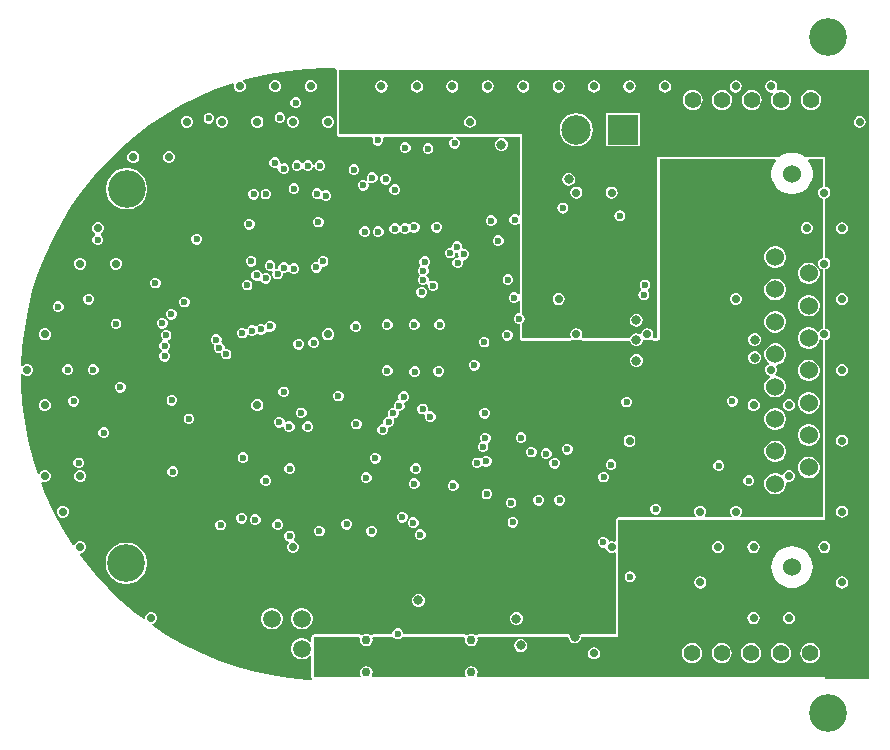
<source format=gbr>
G04*
G04 #@! TF.GenerationSoftware,Altium Limited,Altium Designer,25.1.2 (22)*
G04*
G04 Layer_Physical_Order=3*
G04 Layer_Color=16440176*
%FSLAX25Y25*%
%MOIN*%
G70*
G04*
G04 #@! TF.SameCoordinates,DC4E0951-A455-47C2-8868-B8DD7EE8088A*
G04*
G04*
G04 #@! TF.FilePolarity,Positive*
G04*
G01*
G75*
%ADD33C,0.12598*%
%ADD34R,0.09843X0.09843*%
%ADD35C,0.09843*%
%ADD37R,0.05512X0.05512*%
%ADD38C,0.05512*%
%ADD39C,0.05984*%
%ADD40R,0.05984X0.05984*%
%ADD41C,0.02953*%
%ADD42C,0.02362*%
%ADD43C,0.03150*%
%ADD44C,0.02800*%
%ADD49C,0.06000*%
G36*
X480500Y478500D02*
X480939Y478353D01*
X481197Y478000D01*
Y456500D01*
X481258Y456193D01*
X481432Y455932D01*
X481693Y455758D01*
X482000Y455697D01*
X492938D01*
X493271Y455197D01*
X493128Y454852D01*
Y454148D01*
X493398Y453496D01*
X493896Y452998D01*
X494548Y452728D01*
X495252D01*
X495904Y452998D01*
X496402Y453496D01*
X496672Y454148D01*
Y454852D01*
X496529Y455197D01*
X496862Y455697D01*
X519908D01*
X520007Y455197D01*
X519468Y454974D01*
X518970Y454475D01*
X518700Y453824D01*
Y453120D01*
X518970Y452468D01*
X519468Y451970D01*
X520119Y451700D01*
X520824D01*
X521476Y451970D01*
X521974Y452468D01*
X522244Y453120D01*
Y453824D01*
X521974Y454475D01*
X521476Y454974D01*
X520936Y455197D01*
X521036Y455697D01*
X542197D01*
Y429515D01*
X541697Y429308D01*
X541504Y429502D01*
X540852Y429772D01*
X540148D01*
X539496Y429502D01*
X538998Y429004D01*
X538728Y428352D01*
Y427648D01*
X538998Y426996D01*
X539496Y426498D01*
X540148Y426228D01*
X540852D01*
X541504Y426498D01*
X541697Y426692D01*
X542197Y426485D01*
Y403233D01*
X542059Y403158D01*
X541697Y403080D01*
X541275Y403502D01*
X540624Y403772D01*
X539919D01*
X539268Y403502D01*
X538770Y403004D01*
X538500Y402352D01*
Y401648D01*
X538770Y400996D01*
X539268Y400498D01*
X539919Y400228D01*
X540624D01*
X541275Y400498D01*
X541697Y400920D01*
X542059Y400842D01*
X542197Y400767D01*
Y396772D01*
X541648D01*
X540996Y396502D01*
X540498Y396004D01*
X540228Y395352D01*
Y394648D01*
X540498Y393996D01*
X540996Y393498D01*
X541648Y393228D01*
X542197D01*
Y388500D01*
X542258Y388193D01*
X542432Y387932D01*
X542693Y387758D01*
X543000Y387697D01*
X558873D01*
X558942Y387711D01*
X559012Y387709D01*
X559094Y387741D01*
X559180Y387758D01*
X559239Y387797D01*
X559304Y387823D01*
X559368Y387883D01*
X559441Y387932D01*
X559896Y388076D01*
X560628Y387773D01*
X561419D01*
X562151Y388076D01*
X562606Y387932D01*
X562679Y387883D01*
X562743Y387823D01*
X562808Y387797D01*
X562866Y387758D01*
X562953Y387741D01*
X563035Y387709D01*
X563105Y387711D01*
X563174Y387697D01*
X578835D01*
Y387569D01*
X579164Y386773D01*
X579773Y386164D01*
X580569Y385835D01*
X581431D01*
X582227Y386164D01*
X582836Y386773D01*
X583165Y387569D01*
Y387775D01*
X583665Y388015D01*
X584249Y387773D01*
X585041D01*
X585773Y388076D01*
X586228Y387932D01*
X586301Y387883D01*
X586365Y387823D01*
X586430Y387797D01*
X586488Y387758D01*
X586575Y387741D01*
X586657Y387709D01*
X586727Y387711D01*
X586796Y387697D01*
X588000D01*
X588307Y387758D01*
X588568Y387932D01*
X588742Y388193D01*
X588803Y388500D01*
Y448197D01*
X627364D01*
X627508Y447697D01*
X626803Y446642D01*
X626284Y445388D01*
X626019Y444057D01*
Y442699D01*
X626284Y441368D01*
X626803Y440114D01*
X627557Y438985D01*
X628517Y438026D01*
X629646Y437272D01*
X630899Y436752D01*
X632231Y436487D01*
X633588D01*
X634919Y436752D01*
X636173Y437272D01*
X637302Y438026D01*
X638262Y438985D01*
X639016Y440114D01*
X639535Y441368D01*
X639800Y442699D01*
Y444057D01*
X639535Y445388D01*
X639016Y446642D01*
X638311Y447697D01*
X638454Y448197D01*
X643197D01*
Y438978D01*
X643202Y438956D01*
X642573Y438695D01*
X642013Y438135D01*
X641710Y437404D01*
Y436612D01*
X642013Y435880D01*
X642573Y435320D01*
X643202Y435060D01*
X643197Y435038D01*
Y415356D01*
X643202Y415334D01*
X642573Y415073D01*
X642013Y414513D01*
X641710Y413782D01*
Y412990D01*
X642013Y412258D01*
X642573Y411698D01*
X643202Y411438D01*
X643197Y411416D01*
Y391734D01*
X643202Y391711D01*
X642573Y391451D01*
X642013Y390891D01*
X641935Y390703D01*
X641436Y390670D01*
X641373Y390779D01*
X640705Y391448D01*
X639886Y391921D01*
X638973Y392165D01*
X638027D01*
X637114Y391921D01*
X636295Y391448D01*
X635627Y390779D01*
X635154Y389961D01*
X634909Y389048D01*
Y388102D01*
X635154Y387189D01*
X635627Y386370D01*
X636295Y385702D01*
X637114Y385229D01*
X638027Y384984D01*
X638973D01*
X639886Y385229D01*
X640705Y385702D01*
X641373Y386370D01*
X641846Y387189D01*
X642038Y387905D01*
X642558Y388091D01*
X642573Y388076D01*
X643202Y387816D01*
X643197Y387794D01*
Y328803D01*
X615790D01*
X615582Y329303D01*
X615861Y329581D01*
X616164Y330313D01*
Y331104D01*
X615861Y331836D01*
X615301Y332396D01*
X614569Y332699D01*
X613777D01*
X613046Y332396D01*
X612486Y331836D01*
X612183Y331104D01*
Y330313D01*
X612486Y329581D01*
X612764Y329303D01*
X612557Y328803D01*
X603978D01*
X603771Y329303D01*
X604049Y329581D01*
X604353Y330313D01*
Y331104D01*
X604049Y331836D01*
X603490Y332396D01*
X602758Y332699D01*
X601966D01*
X601234Y332396D01*
X600674Y331836D01*
X600372Y331104D01*
Y330313D01*
X600674Y329581D01*
X600953Y329303D01*
X600746Y328803D01*
X575000D01*
X574693Y328742D01*
X574432Y328568D01*
X574258Y328307D01*
X574197Y328000D01*
Y321003D01*
X573697Y320695D01*
X573230Y320888D01*
X572438D01*
X571994Y320704D01*
X571772Y320852D01*
X571502Y321504D01*
X571004Y322002D01*
X570352Y322272D01*
X569648D01*
X568996Y322002D01*
X568498Y321504D01*
X568228Y320852D01*
Y320148D01*
X568498Y319496D01*
X568996Y318998D01*
X569648Y318728D01*
X570352D01*
X570446Y318767D01*
X570552Y318696D01*
X570883Y318407D01*
X571147Y317770D01*
X571707Y317210D01*
X572438Y316907D01*
X573230D01*
X573697Y317100D01*
X574197Y316792D01*
Y289803D01*
X562708D01*
X562630Y289787D01*
X562551D01*
X562478Y289757D01*
X562400Y289742D01*
X562335Y289698D01*
X562262Y289668D01*
X562206Y289612D01*
X562140Y289568D01*
X562096Y289502D01*
X562040Y289446D01*
X562010Y289373D01*
X561966Y289307D01*
X561951Y289230D01*
X561920Y289157D01*
X561784Y288468D01*
X561482Y288018D01*
X561032Y287717D01*
X560500Y287611D01*
X559968Y287717D01*
X559518Y288018D01*
X559216Y288468D01*
X559080Y289157D01*
X559049Y289230D01*
X559034Y289307D01*
X558990Y289373D01*
X558960Y289446D01*
X558904Y289502D01*
X558860Y289568D01*
X558794Y289612D01*
X558738Y289668D01*
X558665Y289698D01*
X558600Y289742D01*
X558522Y289757D01*
X558449Y289787D01*
X558370D01*
X558292Y289803D01*
X528315D01*
X528233Y289786D01*
X528148Y289785D01*
X528081Y289756D01*
X528008Y289742D01*
X527938Y289695D01*
X527861Y289662D01*
X527630Y289573D01*
X527357Y289584D01*
X527217Y289619D01*
X527171Y289666D01*
X526411Y289980D01*
X525589D01*
X524829Y289666D01*
X524783Y289619D01*
X524643Y289584D01*
X524370Y289573D01*
X524139Y289662D01*
X524062Y289695D01*
X523992Y289742D01*
X523919Y289756D01*
X523852Y289785D01*
X523767Y289786D01*
X523685Y289803D01*
X503272D01*
Y290352D01*
X503002Y291004D01*
X502504Y291502D01*
X501852Y291772D01*
X501148D01*
X500496Y291502D01*
X499998Y291004D01*
X499728Y290352D01*
Y289803D01*
X493315D01*
X493233Y289786D01*
X493148Y289785D01*
X493081Y289756D01*
X493008Y289742D01*
X492938Y289695D01*
X492861Y289662D01*
X492629Y289573D01*
X492357Y289584D01*
X492217Y289619D01*
X492171Y289666D01*
X491411Y289980D01*
X490589D01*
X489829Y289666D01*
X489783Y289619D01*
X489643Y289584D01*
X489370Y289573D01*
X489139Y289662D01*
X489062Y289695D01*
X488992Y289742D01*
X488919Y289756D01*
X488852Y289785D01*
X488767Y289786D01*
X488685Y289803D01*
X473500D01*
X473193Y289742D01*
X472932Y289568D01*
X472758Y289307D01*
X472697Y289000D01*
Y287577D01*
X472197Y287369D01*
X471700Y287867D01*
X470883Y288338D01*
X469972Y288583D01*
X469028D01*
X468117Y288338D01*
X467300Y287867D01*
X466633Y287200D01*
X466161Y286383D01*
X465917Y285472D01*
Y284528D01*
X466161Y283617D01*
X466633Y282800D01*
X467300Y282133D01*
X468117Y281662D01*
X469028Y281417D01*
X469972D01*
X470883Y281662D01*
X471700Y282133D01*
X472197Y282630D01*
X472697Y282423D01*
Y275625D01*
X472758Y275318D01*
X472917Y275080D01*
X472891Y274956D01*
X472739Y274586D01*
X471596Y274622D01*
X465352Y275208D01*
X459155Y276176D01*
X453029Y277522D01*
X446998Y279243D01*
X441083Y281330D01*
X435308Y283777D01*
X429695Y286574D01*
X424263Y289710D01*
X419622Y292785D01*
X419662Y293092D01*
X419740Y293307D01*
X420419Y293588D01*
X420979Y294148D01*
X421282Y294880D01*
Y295672D01*
X420979Y296403D01*
X420419Y296963D01*
X419687Y297266D01*
X418895D01*
X418164Y296963D01*
X417604Y296403D01*
X417301Y295672D01*
Y295109D01*
X416812Y294851D01*
X414028Y296953D01*
X409264Y301032D01*
X404759Y305395D01*
X400530Y310028D01*
X396594Y314911D01*
X395533Y316407D01*
X395791Y316907D01*
X396065D01*
X396797Y317210D01*
X397357Y317770D01*
X397660Y318502D01*
Y319293D01*
X397357Y320025D01*
X396797Y320585D01*
X396065Y320888D01*
X395273D01*
X394542Y320585D01*
X393982Y320025D01*
X393833Y319667D01*
X393266Y319603D01*
X392966Y320026D01*
X389658Y325355D01*
X386684Y330877D01*
X384054Y336571D01*
X382582Y340352D01*
X382971Y340733D01*
X383462Y340529D01*
X384254D01*
X384986Y340832D01*
X385546Y341392D01*
X385849Y342124D01*
Y342916D01*
X385546Y343647D01*
X384986Y344207D01*
X384254Y344510D01*
X383462D01*
X382731Y344207D01*
X382171Y343647D01*
X382024Y343292D01*
X381492Y343315D01*
X379868Y348390D01*
X378327Y354469D01*
X377162Y360632D01*
X376378Y366855D01*
X375977Y373114D01*
X375969Y376414D01*
X376468Y376622D01*
X376825Y376265D01*
X377557Y375962D01*
X378349D01*
X379080Y376265D01*
X379640Y376825D01*
X379943Y377557D01*
Y378349D01*
X379640Y379080D01*
X379080Y379640D01*
X378349Y379943D01*
X377557D01*
X376825Y379640D01*
X376462Y379277D01*
X376188Y379337D01*
X375968Y379490D01*
X376331Y385647D01*
X377085Y391874D01*
X378220Y398042D01*
X379731Y404129D01*
X381613Y410112D01*
X383860Y415968D01*
X386461Y421675D01*
X389408Y427211D01*
X392690Y432556D01*
X396293Y437690D01*
X400206Y442592D01*
X404411Y447245D01*
X408895Y451631D01*
X413639Y455733D01*
X418627Y459536D01*
X423839Y463025D01*
X429255Y466188D01*
X434855Y469013D01*
X440618Y471488D01*
X446522Y473604D01*
X446616Y473632D01*
X446986Y473218D01*
X446828Y472837D01*
Y472045D01*
X447131Y471313D01*
X447691Y470753D01*
X448423Y470450D01*
X449215D01*
X449946Y470753D01*
X450506Y471313D01*
X450809Y472045D01*
Y472837D01*
X450506Y473568D01*
X449985Y474090D01*
X449988Y474611D01*
X452545Y475354D01*
X458664Y476731D01*
X464856Y477729D01*
X471097Y478345D01*
X477365Y478577D01*
X480500Y478500D01*
D02*
G37*
G36*
X658500Y275000D02*
X644000D01*
Y275625D01*
X643875Y275500D01*
X606000D01*
Y275625D01*
X528040D01*
X527804Y276066D01*
X527947Y276280D01*
X528107Y277087D01*
X527947Y277893D01*
X527490Y278577D01*
X526806Y279034D01*
X526000Y279194D01*
X525194Y279034D01*
X524510Y278577D01*
X524053Y277893D01*
X523893Y277087D01*
X524053Y276280D01*
X524196Y276066D01*
X523960Y275625D01*
X493040D01*
X492804Y276066D01*
X492947Y276280D01*
X493107Y277087D01*
X492947Y277893D01*
X492490Y278577D01*
X491807Y279034D01*
X491000Y279194D01*
X490194Y279034D01*
X489510Y278577D01*
X489053Y277893D01*
X488893Y277087D01*
X489053Y276280D01*
X489196Y276066D01*
X488960Y275625D01*
X473500D01*
Y289000D01*
X488685D01*
X489009Y288500D01*
X488893Y287913D01*
X489053Y287107D01*
X489510Y286423D01*
X490194Y285966D01*
X491000Y285806D01*
X491807Y285966D01*
X492490Y286423D01*
X492947Y287107D01*
X493107Y287913D01*
X492991Y288500D01*
X493315Y289000D01*
X500037D01*
X500223Y288723D01*
X500809Y288331D01*
X501500Y288194D01*
X502191Y288331D01*
X502777Y288723D01*
X502963Y289000D01*
X523685D01*
X524009Y288500D01*
X523893Y287913D01*
X524053Y287107D01*
X524510Y286423D01*
X525194Y285966D01*
X526000Y285806D01*
X526806Y285966D01*
X527490Y286423D01*
X527947Y287107D01*
X528107Y287913D01*
X527991Y288500D01*
X528315Y289000D01*
X558292D01*
X558460Y288155D01*
X558939Y287439D01*
X559655Y286960D01*
X560500Y286792D01*
X561345Y286960D01*
X562061Y287439D01*
X562540Y288155D01*
X562708Y289000D01*
X575000D01*
Y328000D01*
X644000D01*
Y387794D01*
X644477Y387889D01*
X645136Y388329D01*
X645576Y388987D01*
X645730Y389764D01*
X645576Y390540D01*
X645136Y391199D01*
X644477Y391639D01*
X644000Y391734D01*
Y411416D01*
X644477Y411511D01*
X645136Y411951D01*
X645576Y412609D01*
X645730Y413386D01*
X645576Y414162D01*
X645136Y414821D01*
X644477Y415261D01*
X644000Y415356D01*
Y435038D01*
X644477Y435133D01*
X645136Y435573D01*
X645576Y436231D01*
X645730Y437008D01*
X645576Y437784D01*
X645136Y438443D01*
X644477Y438883D01*
X644000Y438978D01*
Y449000D01*
X636921D01*
X636756Y449135D01*
X635559Y449775D01*
X634260Y450169D01*
X632909Y450302D01*
X631559Y450169D01*
X630260Y449775D01*
X629063Y449135D01*
X628898Y449000D01*
X588000D01*
Y388500D01*
X586796D01*
X586508Y388910D01*
X586523Y389000D01*
X586675Y389764D01*
X586521Y390540D01*
X586081Y391199D01*
X585422Y391639D01*
X584646Y391793D01*
X583869Y391639D01*
X583210Y391199D01*
X582770Y390540D01*
X582680Y390083D01*
X582128Y389851D01*
X581845Y390040D01*
X581000Y390208D01*
X580155Y390040D01*
X579439Y389561D01*
X578960Y388845D01*
X578892Y388500D01*
X563174D01*
X562886Y388910D01*
X562901Y389000D01*
X563053Y389764D01*
X562898Y390540D01*
X562459Y391199D01*
X561800Y391639D01*
X561023Y391793D01*
X560247Y391639D01*
X559588Y391199D01*
X559148Y390540D01*
X558994Y389764D01*
X559146Y389000D01*
X559161Y388910D01*
X558873Y388500D01*
X543000D01*
Y393537D01*
X543277Y393723D01*
X543669Y394309D01*
X543806Y395000D01*
X543669Y395691D01*
X543277Y396277D01*
X543000Y396463D01*
Y456500D01*
X482000D01*
Y478000D01*
X658500D01*
Y275000D01*
D02*
G37*
%LPC*%
G36*
X472837Y474431D02*
X472045D01*
X471313Y474128D01*
X470753Y473568D01*
X470450Y472837D01*
Y472045D01*
X470753Y471313D01*
X471313Y470753D01*
X472045Y470450D01*
X472837D01*
X473568Y470753D01*
X474128Y471313D01*
X474431Y472045D01*
Y472837D01*
X474128Y473568D01*
X473568Y474128D01*
X472837Y474431D01*
D02*
G37*
G36*
X461026D02*
X460234D01*
X459502Y474128D01*
X458942Y473568D01*
X458639Y472837D01*
Y472045D01*
X458942Y471313D01*
X459502Y470753D01*
X460234Y470450D01*
X461026D01*
X461757Y470753D01*
X462317Y471313D01*
X462620Y472045D01*
Y472837D01*
X462317Y473568D01*
X461757Y474128D01*
X461026Y474431D01*
D02*
G37*
G36*
X467852Y468772D02*
X467148D01*
X466496Y468502D01*
X465998Y468004D01*
X465728Y467352D01*
Y466648D01*
X465998Y465996D01*
X466496Y465498D01*
X467148Y465228D01*
X467852D01*
X468504Y465498D01*
X469002Y465996D01*
X469272Y466648D01*
Y467352D01*
X469002Y468004D01*
X468504Y468502D01*
X467852Y468772D01*
D02*
G37*
G36*
X462561Y463796D02*
X461857D01*
X461205Y463526D01*
X460707Y463028D01*
X460437Y462377D01*
Y461672D01*
X460707Y461021D01*
X461205Y460523D01*
X461857Y460253D01*
X462561D01*
X463212Y460523D01*
X463711Y461021D01*
X463981Y461672D01*
Y462377D01*
X463711Y463028D01*
X463212Y463526D01*
X462561Y463796D01*
D02*
G37*
G36*
X438904Y463566D02*
X438199D01*
X437548Y463297D01*
X437049Y462798D01*
X436780Y462147D01*
Y461442D01*
X437049Y460791D01*
X437548Y460293D01*
X438199Y460023D01*
X438904D01*
X439555Y460293D01*
X440053Y460791D01*
X440323Y461442D01*
Y462147D01*
X440053Y462798D01*
X439555Y463297D01*
X438904Y463566D01*
D02*
G37*
G36*
X478742Y462620D02*
X477950D01*
X477219Y462317D01*
X476659Y461757D01*
X476356Y461026D01*
Y460234D01*
X476659Y459502D01*
X477219Y458942D01*
X477950Y458639D01*
X478742D01*
X479474Y458942D01*
X480034Y459502D01*
X480337Y460234D01*
Y461026D01*
X480034Y461757D01*
X479474Y462317D01*
X478742Y462620D01*
D02*
G37*
G36*
X466931D02*
X466139D01*
X465408Y462317D01*
X464848Y461757D01*
X464545Y461026D01*
Y460234D01*
X464848Y459502D01*
X465408Y458942D01*
X466139Y458639D01*
X466931D01*
X467663Y458942D01*
X468223Y459502D01*
X468526Y460234D01*
Y461026D01*
X468223Y461757D01*
X467663Y462317D01*
X466931Y462620D01*
D02*
G37*
G36*
X455120D02*
X454328D01*
X453597Y462317D01*
X453037Y461757D01*
X452734Y461026D01*
Y460234D01*
X453037Y459502D01*
X453597Y458942D01*
X454328Y458639D01*
X455120D01*
X455852Y458942D01*
X456412Y459502D01*
X456715Y460234D01*
Y461026D01*
X456412Y461757D01*
X455852Y462317D01*
X455120Y462620D01*
D02*
G37*
G36*
X443309D02*
X442517D01*
X441786Y462317D01*
X441226Y461757D01*
X440923Y461026D01*
Y460234D01*
X441226Y459502D01*
X441786Y458942D01*
X442517Y458639D01*
X443309D01*
X444041Y458942D01*
X444601Y459502D01*
X444904Y460234D01*
Y461026D01*
X444601Y461757D01*
X444041Y462317D01*
X443309Y462620D01*
D02*
G37*
G36*
X431498D02*
X430706D01*
X429975Y462317D01*
X429415Y461757D01*
X429112Y461026D01*
Y460234D01*
X429415Y459502D01*
X429975Y458942D01*
X430706Y458639D01*
X431498D01*
X432230Y458942D01*
X432790Y459502D01*
X433093Y460234D01*
Y461026D01*
X432790Y461757D01*
X432230Y462317D01*
X431498Y462620D01*
D02*
G37*
G36*
X536431Y455165D02*
X535569D01*
X534773Y454836D01*
X534164Y454227D01*
X533835Y453431D01*
Y452569D01*
X534164Y451773D01*
X534773Y451164D01*
X535569Y450835D01*
X536431D01*
X537227Y451164D01*
X537836Y451773D01*
X538165Y452569D01*
Y453431D01*
X537836Y454227D01*
X537227Y454836D01*
X536431Y455165D01*
D02*
G37*
G36*
X504352Y453772D02*
X503648D01*
X502996Y453502D01*
X502498Y453004D01*
X502228Y452352D01*
Y451648D01*
X502498Y450996D01*
X502996Y450498D01*
X503648Y450228D01*
X504352D01*
X505004Y450498D01*
X505502Y450996D01*
X505772Y451648D01*
Y452352D01*
X505502Y453004D01*
X505004Y453502D01*
X504352Y453772D01*
D02*
G37*
G36*
X511932Y453464D02*
X511227D01*
X510576Y453194D01*
X510077Y452695D01*
X509808Y452044D01*
Y451339D01*
X510077Y450688D01*
X510576Y450190D01*
X511227Y449920D01*
X511932D01*
X512583Y450190D01*
X513081Y450688D01*
X513351Y451339D01*
Y452044D01*
X513081Y452695D01*
X512583Y453194D01*
X511932Y453464D01*
D02*
G37*
G36*
X425593Y450809D02*
X424801D01*
X424069Y450506D01*
X423509Y449946D01*
X423206Y449215D01*
Y448423D01*
X423509Y447691D01*
X424069Y447131D01*
X424801Y446828D01*
X425593D01*
X426324Y447131D01*
X426884Y447691D01*
X427187Y448423D01*
Y449215D01*
X426884Y449946D01*
X426324Y450506D01*
X425593Y450809D01*
D02*
G37*
G36*
X413782D02*
X412990D01*
X412258Y450506D01*
X411698Y449946D01*
X411395Y449215D01*
Y448423D01*
X411698Y447691D01*
X412258Y447131D01*
X412990Y446828D01*
X413782D01*
X414513Y447131D01*
X415073Y447691D01*
X415376Y448423D01*
Y449215D01*
X415073Y449946D01*
X414513Y450506D01*
X413782Y450809D01*
D02*
G37*
G36*
X475852Y447772D02*
X475148D01*
X474496Y447502D01*
X473998Y447004D01*
X473750Y446405D01*
X473500Y446377D01*
X473250Y446405D01*
X473002Y447004D01*
X472504Y447502D01*
X471852Y447772D01*
X471148D01*
X470496Y447502D01*
X470030Y447035D01*
X469750Y447018D01*
X469470Y447035D01*
X469004Y447502D01*
X468352Y447772D01*
X467648D01*
X466996Y447502D01*
X466498Y447004D01*
X466228Y446352D01*
Y445648D01*
X466498Y444996D01*
X466996Y444498D01*
X467648Y444228D01*
X468352D01*
X469004Y444498D01*
X469470Y444965D01*
X469750Y444981D01*
X470030Y444965D01*
X470496Y444498D01*
X471148Y444228D01*
X471852D01*
X472504Y444498D01*
X473002Y444996D01*
X473250Y445595D01*
X473500Y445623D01*
X473750Y445595D01*
X473998Y444996D01*
X474496Y444498D01*
X475148Y444228D01*
X475852D01*
X476504Y444498D01*
X477002Y444996D01*
X477272Y445648D01*
Y446352D01*
X477002Y447004D01*
X476504Y447502D01*
X475852Y447772D01*
D02*
G37*
G36*
X460852Y448772D02*
X460148D01*
X459496Y448502D01*
X458998Y448004D01*
X458728Y447352D01*
Y446648D01*
X458998Y445996D01*
X459496Y445498D01*
X460148Y445228D01*
X460852D01*
X461244Y445391D01*
X461728Y445070D01*
Y444648D01*
X461998Y443996D01*
X462496Y443498D01*
X463148Y443228D01*
X463852D01*
X464504Y443498D01*
X465002Y443996D01*
X465272Y444648D01*
Y445352D01*
X465002Y446004D01*
X464504Y446502D01*
X463852Y446772D01*
X463148D01*
X462756Y446609D01*
X462272Y446930D01*
Y447352D01*
X462002Y448004D01*
X461504Y448502D01*
X460852Y448772D01*
D02*
G37*
G36*
X487199Y446482D02*
X486494D01*
X485843Y446212D01*
X485345Y445714D01*
X485075Y445062D01*
Y444358D01*
X485345Y443706D01*
X485843Y443208D01*
X486494Y442938D01*
X487199D01*
X487850Y443208D01*
X488348Y443706D01*
X488618Y444358D01*
Y445062D01*
X488348Y445714D01*
X487850Y446212D01*
X487199Y446482D01*
D02*
G37*
G36*
X493352Y443772D02*
X492648D01*
X491996Y443502D01*
X491498Y443004D01*
X491228Y442352D01*
Y441648D01*
X491348Y441359D01*
X491129Y441132D01*
X490944Y441026D01*
X490352Y441272D01*
X489648D01*
X488996Y441002D01*
X488498Y440504D01*
X488228Y439852D01*
Y439148D01*
X488498Y438496D01*
X488996Y437998D01*
X489648Y437728D01*
X490352D01*
X491004Y437998D01*
X491502Y438496D01*
X491772Y439148D01*
Y439852D01*
X491652Y440141D01*
X491871Y440368D01*
X492056Y440474D01*
X492648Y440228D01*
X493352D01*
X494004Y440498D01*
X494502Y440996D01*
X494772Y441648D01*
Y442352D01*
X494502Y443004D01*
X494004Y443502D01*
X493352Y443772D01*
D02*
G37*
G36*
X497852Y443272D02*
X497148D01*
X496496Y443002D01*
X495998Y442504D01*
X495728Y441852D01*
Y441148D01*
X495998Y440496D01*
X496496Y439998D01*
X497148Y439728D01*
X497852D01*
X498504Y439998D01*
X499002Y440496D01*
X499272Y441148D01*
Y441852D01*
X499002Y442504D01*
X498504Y443002D01*
X497852Y443272D01*
D02*
G37*
G36*
X467227Y440111D02*
X466522D01*
X465871Y439841D01*
X465372Y439343D01*
X465102Y438692D01*
Y437987D01*
X465372Y437336D01*
X465871Y436837D01*
X466522Y436568D01*
X467227D01*
X467878Y436837D01*
X468376Y437336D01*
X468646Y437987D01*
Y438692D01*
X468376Y439343D01*
X467878Y439841D01*
X467227Y440111D01*
D02*
G37*
G36*
X500852Y439772D02*
X500148D01*
X499496Y439502D01*
X498998Y439004D01*
X498728Y438352D01*
Y437648D01*
X498998Y436996D01*
X499496Y436498D01*
X500148Y436228D01*
X500852D01*
X501504Y436498D01*
X502002Y436996D01*
X502272Y437648D01*
Y438352D01*
X502002Y439004D01*
X501504Y439502D01*
X500852Y439772D01*
D02*
G37*
G36*
X457916Y438337D02*
X457212D01*
X456561Y438067D01*
X456062Y437569D01*
X455792Y436918D01*
Y436213D01*
X456062Y435562D01*
X456561Y435064D01*
X457212Y434794D01*
X457916D01*
X458568Y435064D01*
X459066Y435562D01*
X459336Y436213D01*
Y436918D01*
X459066Y437569D01*
X458568Y438067D01*
X457916Y438337D01*
D02*
G37*
G36*
X453852Y438272D02*
X453148D01*
X452496Y438002D01*
X451998Y437504D01*
X451728Y436852D01*
Y436148D01*
X451998Y435496D01*
X452496Y434998D01*
X453148Y434728D01*
X453852D01*
X454504Y434998D01*
X455002Y435496D01*
X455272Y436148D01*
Y436852D01*
X455002Y437504D01*
X454504Y438002D01*
X453852Y438272D01*
D02*
G37*
G36*
X474992Y438457D02*
X474288D01*
X473636Y438187D01*
X473138Y437689D01*
X472868Y437037D01*
Y436333D01*
X473138Y435681D01*
X473636Y435183D01*
X474288Y434913D01*
X474992D01*
X475495Y435122D01*
X476010Y434994D01*
X476508Y434495D01*
X477159Y434226D01*
X477864D01*
X478515Y434495D01*
X479013Y434994D01*
X479283Y435645D01*
Y436350D01*
X479013Y437001D01*
X478515Y437499D01*
X477864Y437769D01*
X477159D01*
X476657Y437561D01*
X476142Y437689D01*
X475644Y438187D01*
X474992Y438457D01*
D02*
G37*
G36*
X411789Y445211D02*
X410432D01*
X409101Y444946D01*
X407847Y444427D01*
X406718Y443673D01*
X405759Y442713D01*
X405005Y441585D01*
X404485Y440331D01*
X404220Y439000D01*
Y437643D01*
X404485Y436312D01*
X405005Y435058D01*
X405759Y433929D01*
X406718Y432970D01*
X407847Y432216D01*
X409101Y431696D01*
X410432Y431432D01*
X411789D01*
X413120Y431696D01*
X414374Y432216D01*
X415502Y432970D01*
X416462Y433929D01*
X417216Y435058D01*
X417735Y436312D01*
X418000Y437643D01*
Y439000D01*
X417735Y440331D01*
X417216Y441585D01*
X416462Y442713D01*
X415502Y443673D01*
X414374Y444427D01*
X413120Y444946D01*
X411789Y445211D01*
D02*
G37*
G36*
X507352Y427272D02*
X506648D01*
X505996Y427002D01*
X505498Y426504D01*
X505278Y426460D01*
X504963Y426519D01*
X504352Y426772D01*
X503648D01*
X502996Y426502D01*
X502530Y426035D01*
X502250Y426018D01*
X501970Y426035D01*
X501504Y426502D01*
X500852Y426772D01*
X500148D01*
X499496Y426502D01*
X498998Y426004D01*
X498728Y425352D01*
Y424648D01*
X498998Y423996D01*
X499496Y423498D01*
X500148Y423228D01*
X500852D01*
X501504Y423498D01*
X501970Y423965D01*
X502250Y423982D01*
X502530Y423965D01*
X502996Y423498D01*
X503648Y423228D01*
X504352D01*
X505004Y423498D01*
X505502Y423996D01*
X505722Y424040D01*
X506037Y423981D01*
X506648Y423728D01*
X507352D01*
X508004Y423998D01*
X508502Y424496D01*
X508772Y425148D01*
Y425852D01*
X508502Y426504D01*
X508004Y427002D01*
X507352Y427272D01*
D02*
G37*
G36*
X532999Y429418D02*
X532294D01*
X531643Y429148D01*
X531145Y428650D01*
X530875Y427999D01*
Y427294D01*
X531145Y426643D01*
X531643Y426145D01*
X532294Y425875D01*
X532999D01*
X533650Y426145D01*
X534148Y426643D01*
X534418Y427294D01*
Y427999D01*
X534148Y428650D01*
X533650Y429148D01*
X532999Y429418D01*
D02*
G37*
G36*
X475388Y429008D02*
X474683D01*
X474032Y428738D01*
X473533Y428240D01*
X473264Y427589D01*
Y426884D01*
X473533Y426233D01*
X474032Y425734D01*
X474683Y425465D01*
X475388D01*
X476039Y425734D01*
X476537Y426233D01*
X476807Y426884D01*
Y427589D01*
X476537Y428240D01*
X476039Y428738D01*
X475388Y429008D01*
D02*
G37*
G36*
X452352Y428272D02*
X451648D01*
X450996Y428002D01*
X450498Y427504D01*
X450228Y426852D01*
Y426148D01*
X450498Y425496D01*
X450996Y424998D01*
X451648Y424728D01*
X452352D01*
X453004Y424998D01*
X453502Y425496D01*
X453772Y426148D01*
Y426852D01*
X453502Y427504D01*
X453004Y428002D01*
X452352Y428272D01*
D02*
G37*
G36*
X514852Y427272D02*
X514148D01*
X513496Y427002D01*
X512998Y426504D01*
X512728Y425852D01*
Y425148D01*
X512998Y424496D01*
X513496Y423998D01*
X514148Y423728D01*
X514852D01*
X515504Y423998D01*
X516002Y424496D01*
X516272Y425148D01*
Y425852D01*
X516002Y426504D01*
X515504Y427002D01*
X514852Y427272D01*
D02*
G37*
G36*
X638191Y427187D02*
X637399D01*
X636667Y426884D01*
X636108Y426324D01*
X635805Y425593D01*
Y424801D01*
X636108Y424069D01*
X636667Y423509D01*
X637399Y423206D01*
X638191D01*
X638923Y423509D01*
X639483Y424069D01*
X639786Y424801D01*
Y425593D01*
X639483Y426324D01*
X638923Y426884D01*
X638191Y427187D01*
D02*
G37*
G36*
X495352Y425772D02*
X494648D01*
X493996Y425502D01*
X493498Y425004D01*
X493228Y424352D01*
Y423648D01*
X493498Y422996D01*
X493996Y422498D01*
X494648Y422228D01*
X495352D01*
X496004Y422498D01*
X496502Y422996D01*
X496772Y423648D01*
Y424352D01*
X496502Y425004D01*
X496004Y425502D01*
X495352Y425772D01*
D02*
G37*
G36*
X490852D02*
X490148D01*
X489496Y425502D01*
X488998Y425004D01*
X488728Y424352D01*
Y423648D01*
X488998Y422996D01*
X489496Y422498D01*
X490148Y422228D01*
X490852D01*
X491504Y422498D01*
X492002Y422996D01*
X492272Y423648D01*
Y424352D01*
X492002Y425004D01*
X491504Y425502D01*
X490852Y425772D01*
D02*
G37*
G36*
X434852Y423272D02*
X434148D01*
X433496Y423002D01*
X432998Y422504D01*
X432728Y421852D01*
Y421148D01*
X432998Y420496D01*
X433496Y419998D01*
X434148Y419728D01*
X434852D01*
X435504Y419998D01*
X436002Y420496D01*
X436272Y421148D01*
Y421852D01*
X436002Y422504D01*
X435504Y423002D01*
X434852Y423272D01*
D02*
G37*
G36*
X401971Y427187D02*
X401179D01*
X400447Y426884D01*
X399887Y426324D01*
X399584Y425593D01*
Y424801D01*
X399887Y424069D01*
X400447Y423509D01*
X400653Y423424D01*
Y422883D01*
X400496Y422818D01*
X399998Y422319D01*
X399728Y421668D01*
Y420963D01*
X399998Y420312D01*
X400496Y419814D01*
X401148Y419544D01*
X401852D01*
X402504Y419814D01*
X403002Y420312D01*
X403272Y420963D01*
Y421668D01*
X403002Y422319D01*
X402504Y422818D01*
X402421Y422852D01*
Y423393D01*
X402702Y423509D01*
X403262Y424069D01*
X403565Y424801D01*
Y425593D01*
X403262Y426324D01*
X402702Y426884D01*
X401971Y427187D01*
D02*
G37*
G36*
X535352Y422772D02*
X534648D01*
X533996Y422502D01*
X533498Y422004D01*
X533228Y421352D01*
Y420648D01*
X533498Y419996D01*
X533996Y419498D01*
X534648Y419228D01*
X535352D01*
X536004Y419498D01*
X536502Y419996D01*
X536772Y420648D01*
Y421352D01*
X536502Y422004D01*
X536004Y422502D01*
X535352Y422772D01*
D02*
G37*
G36*
X452971Y415880D02*
X452266D01*
X451615Y415611D01*
X451116Y415112D01*
X450846Y414461D01*
Y413756D01*
X451116Y413105D01*
X451615Y412607D01*
X452266Y412337D01*
X452971D01*
X453622Y412607D01*
X454120Y413105D01*
X454390Y413756D01*
Y414461D01*
X454120Y415112D01*
X453622Y415611D01*
X452971Y415880D01*
D02*
G37*
G36*
X627792Y419134D02*
X626846D01*
X625933Y418889D01*
X625114Y418416D01*
X624446Y417748D01*
X623973Y416929D01*
X623728Y416016D01*
Y415071D01*
X623973Y414157D01*
X624446Y413339D01*
X625114Y412670D01*
X625933Y412197D01*
X626846Y411953D01*
X627792D01*
X628705Y412197D01*
X629524Y412670D01*
X630192Y413339D01*
X630665Y414157D01*
X630909Y415071D01*
Y416016D01*
X630665Y416929D01*
X630192Y417748D01*
X629524Y418416D01*
X628705Y418889D01*
X627792Y419134D01*
D02*
G37*
G36*
X521604Y420772D02*
X520899D01*
X520248Y420502D01*
X519750Y420004D01*
X519480Y419352D01*
Y419086D01*
X519263Y418642D01*
X519018Y418636D01*
X518555D01*
X517904Y418366D01*
X517406Y417868D01*
X517136Y417217D01*
Y416512D01*
X517406Y415861D01*
X517904Y415362D01*
X518555Y415093D01*
X519260D01*
X519911Y415362D01*
X520409Y415861D01*
X520679Y416512D01*
Y416779D01*
X520868Y417164D01*
X521359Y417213D01*
X521697Y416883D01*
X521728Y416766D01*
Y416148D01*
X521846Y415863D01*
X521512Y415363D01*
X521148D01*
X520496Y415094D01*
X519998Y414595D01*
X519728Y413944D01*
Y413239D01*
X519998Y412588D01*
X520496Y412090D01*
X521148Y411820D01*
X521852D01*
X522504Y412090D01*
X523002Y412588D01*
X523272Y413239D01*
Y413944D01*
X523154Y414228D01*
X523488Y414728D01*
X523852D01*
X524504Y414998D01*
X525002Y415496D01*
X525272Y416148D01*
Y416852D01*
X525002Y417504D01*
X524504Y418002D01*
X523852Y418272D01*
X523409D01*
X523055Y418617D01*
X523024Y418734D01*
Y419352D01*
X522754Y420004D01*
X522256Y420502D01*
X521604Y420772D01*
D02*
G37*
G36*
X407876Y415376D02*
X407084D01*
X406353Y415073D01*
X405793Y414513D01*
X405490Y413782D01*
Y412990D01*
X405793Y412258D01*
X406353Y411698D01*
X407084Y411395D01*
X407876D01*
X408608Y411698D01*
X409168Y412258D01*
X409471Y412990D01*
Y413782D01*
X409168Y414513D01*
X408608Y415073D01*
X407876Y415376D01*
D02*
G37*
G36*
X396065D02*
X395273D01*
X394542Y415073D01*
X393982Y414513D01*
X393679Y413782D01*
Y412990D01*
X393982Y412258D01*
X394542Y411698D01*
X395273Y411395D01*
X396065D01*
X396797Y411698D01*
X397357Y412258D01*
X397660Y412990D01*
Y413782D01*
X397357Y414513D01*
X396797Y415073D01*
X396065Y415376D01*
D02*
G37*
G36*
X476939Y415856D02*
X476234D01*
X475583Y415586D01*
X475084Y415087D01*
X474815Y414436D01*
Y413923D01*
X474747Y413877D01*
X474042D01*
X473391Y413608D01*
X472892Y413109D01*
X472623Y412458D01*
Y411753D01*
X472892Y411102D01*
X473391Y410604D01*
X474042Y410334D01*
X474747D01*
X475398Y410604D01*
X475896Y411102D01*
X476166Y411753D01*
Y412267D01*
X476234Y412312D01*
X476939D01*
X477590Y412582D01*
X478088Y413080D01*
X478358Y413731D01*
Y414436D01*
X478088Y415087D01*
X477590Y415586D01*
X476939Y415856D01*
D02*
G37*
G36*
X459309Y414476D02*
X458604D01*
X457953Y414207D01*
X457455Y413708D01*
X457185Y413057D01*
Y412352D01*
X457455Y411701D01*
X457953Y411203D01*
X458604Y410933D01*
X459309D01*
X459390Y410967D01*
X459773Y410584D01*
X459640Y410264D01*
Y409560D01*
X459910Y408909D01*
X460408Y408410D01*
X461060Y408140D01*
X461764D01*
X462416Y408410D01*
X462914Y408909D01*
X463184Y409560D01*
Y410228D01*
X463852D01*
X464504Y410498D01*
X464734Y410729D01*
X465299Y410673D01*
X465797Y410174D01*
X466448Y409904D01*
X467153D01*
X467804Y410174D01*
X468303Y410673D01*
X468572Y411324D01*
Y412029D01*
X468303Y412680D01*
X467804Y413178D01*
X467153Y413448D01*
X466448D01*
X465797Y413178D01*
X465566Y412947D01*
X465002Y413004D01*
X464504Y413502D01*
X463852Y413772D01*
X463148D01*
X462496Y413502D01*
X461998Y413004D01*
X461728Y412352D01*
Y411684D01*
X461060D01*
X460979Y411650D01*
X460596Y412033D01*
X460728Y412352D01*
Y413057D01*
X460459Y413708D01*
X459960Y414207D01*
X459309Y414476D01*
D02*
G37*
G36*
X454852Y411200D02*
X454148D01*
X453496Y410930D01*
X452998Y410432D01*
X452728Y409781D01*
Y409076D01*
X452998Y408425D01*
X453496Y407927D01*
X454148Y407657D01*
X454852D01*
X455347Y407862D01*
X455504Y407927D01*
X455934Y407650D01*
X455998Y407496D01*
X456496Y406998D01*
X457148Y406728D01*
X457852D01*
X458504Y406998D01*
X459002Y407496D01*
X459272Y408148D01*
Y408852D01*
X459002Y409504D01*
X458504Y410002D01*
X457852Y410272D01*
X457148D01*
X456653Y410067D01*
X456496Y410002D01*
X456066Y410278D01*
X456002Y410432D01*
X455504Y410930D01*
X454852Y411200D01*
D02*
G37*
G36*
X638973Y413740D02*
X638027D01*
X637114Y413495D01*
X636295Y413023D01*
X635627Y412354D01*
X635154Y411536D01*
X634909Y410622D01*
Y409677D01*
X635154Y408764D01*
X635627Y407945D01*
X636295Y407276D01*
X637114Y406804D01*
X638027Y406559D01*
X638973D01*
X639886Y406804D01*
X640705Y407276D01*
X641373Y407945D01*
X641846Y408764D01*
X642091Y409677D01*
Y410622D01*
X641846Y411536D01*
X641373Y412354D01*
X640705Y413023D01*
X639886Y413495D01*
X638973Y413740D01*
D02*
G37*
G36*
X538577Y409772D02*
X537872D01*
X537221Y409502D01*
X536723Y409004D01*
X536453Y408352D01*
Y407648D01*
X536723Y406996D01*
X537221Y406498D01*
X537872Y406228D01*
X538577D01*
X539228Y406498D01*
X539726Y406996D01*
X539996Y407648D01*
Y408352D01*
X539726Y409004D01*
X539228Y409502D01*
X538577Y409772D01*
D02*
G37*
G36*
X421036Y408668D02*
X420332D01*
X419681Y408399D01*
X419182Y407900D01*
X418912Y407249D01*
Y406544D01*
X419182Y405893D01*
X419681Y405395D01*
X420332Y405125D01*
X421036D01*
X421688Y405395D01*
X422186Y405893D01*
X422456Y406544D01*
Y407249D01*
X422186Y407900D01*
X421688Y408399D01*
X421036Y408668D01*
D02*
G37*
G36*
X451637Y407990D02*
X450932D01*
X450281Y407721D01*
X449783Y407222D01*
X449513Y406571D01*
Y405866D01*
X449783Y405215D01*
X450281Y404717D01*
X450932Y404447D01*
X451637D01*
X452288Y404717D01*
X452787Y405215D01*
X453056Y405866D01*
Y406571D01*
X452787Y407222D01*
X452288Y407721D01*
X451637Y407990D01*
D02*
G37*
G36*
X510852Y415772D02*
X510148D01*
X509496Y415502D01*
X508998Y415004D01*
X508728Y414352D01*
Y413648D01*
X508981Y413037D01*
X509040Y412722D01*
X508996Y412502D01*
X508498Y412004D01*
X508228Y411352D01*
Y410648D01*
X508498Y409996D01*
X508994Y409500D01*
X508498Y409004D01*
X508228Y408352D01*
Y407648D01*
X508498Y406996D01*
X508996Y406498D01*
X509648Y406228D01*
X510352D01*
X511004Y406498D01*
X511052Y406546D01*
X511432Y406330D01*
X511490Y406277D01*
Y405593D01*
X511760Y404942D01*
X512258Y404443D01*
X512909Y404174D01*
X513614D01*
X514265Y404443D01*
X514763Y404942D01*
X515033Y405593D01*
Y406298D01*
X514763Y406949D01*
X514265Y407447D01*
X513614Y407717D01*
X512909D01*
X512258Y407447D01*
X512210Y407399D01*
X511829Y407615D01*
X511772Y407668D01*
Y408352D01*
X511502Y409004D01*
X511005Y409500D01*
X511502Y409996D01*
X511772Y410648D01*
Y411352D01*
X511519Y411963D01*
X511460Y412278D01*
X511504Y412498D01*
X512002Y412996D01*
X512272Y413648D01*
Y414352D01*
X512002Y415004D01*
X511504Y415502D01*
X510852Y415772D01*
D02*
G37*
G36*
X509852Y405587D02*
X509148D01*
X508496Y405318D01*
X507998Y404819D01*
X507728Y404168D01*
Y403463D01*
X507998Y402812D01*
X508496Y402314D01*
X509148Y402044D01*
X509852D01*
X510504Y402314D01*
X511002Y402812D01*
X511272Y403463D01*
Y404168D01*
X511002Y404819D01*
X510504Y405318D01*
X509852Y405587D01*
D02*
G37*
G36*
X627792Y408347D02*
X626846D01*
X625933Y408102D01*
X625114Y407629D01*
X624446Y406961D01*
X623973Y406142D01*
X623728Y405229D01*
Y404283D01*
X623973Y403370D01*
X624446Y402551D01*
X625114Y401883D01*
X625933Y401410D01*
X626846Y401165D01*
X627792D01*
X628705Y401410D01*
X629524Y401883D01*
X630192Y402551D01*
X630665Y403370D01*
X630909Y404283D01*
Y405229D01*
X630665Y406142D01*
X630192Y406961D01*
X629524Y407629D01*
X628705Y408102D01*
X627792Y408347D01*
D02*
G37*
G36*
X398852Y403272D02*
X398148D01*
X397496Y403002D01*
X396998Y402504D01*
X396728Y401852D01*
Y401148D01*
X396998Y400496D01*
X397496Y399998D01*
X398148Y399728D01*
X398852D01*
X399504Y399998D01*
X400002Y400496D01*
X400272Y401148D01*
Y401852D01*
X400002Y402504D01*
X399504Y403002D01*
X398852Y403272D01*
D02*
G37*
G36*
X614569Y403565D02*
X613777D01*
X613046Y403262D01*
X612486Y402702D01*
X612183Y401971D01*
Y401179D01*
X612486Y400447D01*
X613046Y399887D01*
X613777Y399584D01*
X614569D01*
X615301Y399887D01*
X615861Y400447D01*
X616164Y401179D01*
Y401971D01*
X615861Y402702D01*
X615301Y403262D01*
X614569Y403565D01*
D02*
G37*
G36*
X430713Y402345D02*
X430009D01*
X429357Y402075D01*
X428859Y401577D01*
X428589Y400926D01*
Y400221D01*
X428859Y399570D01*
X429357Y399071D01*
X430009Y398802D01*
X430713D01*
X431365Y399071D01*
X431863Y399570D01*
X432133Y400221D01*
Y400926D01*
X431863Y401577D01*
X431365Y402075D01*
X430713Y402345D01*
D02*
G37*
G36*
X388703Y400804D02*
X387998D01*
X387347Y400534D01*
X386849Y400036D01*
X386579Y399385D01*
Y398680D01*
X386849Y398029D01*
X387347Y397530D01*
X387998Y397261D01*
X388703D01*
X389354Y397530D01*
X389852Y398029D01*
X390122Y398680D01*
Y399385D01*
X389852Y400036D01*
X389354Y400534D01*
X388703Y400804D01*
D02*
G37*
G36*
X638973Y402953D02*
X638027D01*
X637114Y402708D01*
X636295Y402235D01*
X635627Y401567D01*
X635154Y400748D01*
X634909Y399835D01*
Y398889D01*
X635154Y397976D01*
X635627Y397158D01*
X636295Y396489D01*
X637114Y396016D01*
X638027Y395772D01*
X638973D01*
X639886Y396016D01*
X640705Y396489D01*
X641373Y397158D01*
X641846Y397976D01*
X642091Y398889D01*
Y399835D01*
X641846Y400748D01*
X641373Y401567D01*
X640705Y402235D01*
X639886Y402708D01*
X638973Y402953D01*
D02*
G37*
G36*
X426352Y398272D02*
X425648D01*
X424996Y398002D01*
X424498Y397504D01*
X424228Y396852D01*
Y396148D01*
X424498Y395496D01*
X424996Y394998D01*
X425648Y394728D01*
X426352D01*
X427004Y394998D01*
X427502Y395496D01*
X427772Y396148D01*
Y396852D01*
X427502Y397504D01*
X427004Y398002D01*
X426352Y398272D01*
D02*
G37*
G36*
X459352Y394272D02*
X458648D01*
X457996Y394002D01*
X457498Y393504D01*
X457413Y393299D01*
X457003Y393002D01*
X456352Y393272D01*
X455648D01*
X454996Y393002D01*
X454498Y392504D01*
X454278Y392460D01*
X453963Y392519D01*
X453352Y392772D01*
X452648D01*
X451996Y392502D01*
X451498Y392004D01*
X451391Y391745D01*
X450801Y391628D01*
X450715Y391714D01*
X450064Y391984D01*
X449360D01*
X448708Y391714D01*
X448210Y391215D01*
X447940Y390564D01*
Y389860D01*
X448210Y389208D01*
X448708Y388710D01*
X449360Y388440D01*
X450064D01*
X450715Y388710D01*
X451214Y389208D01*
X451321Y389467D01*
X451911Y389584D01*
X451996Y389498D01*
X452648Y389228D01*
X453352D01*
X454004Y389498D01*
X454502Y389996D01*
X454916Y390079D01*
X454996Y389998D01*
X455648Y389728D01*
X456352D01*
X457004Y389998D01*
X457502Y390496D01*
X457587Y390701D01*
X457997Y390998D01*
X458648Y390728D01*
X459352D01*
X460004Y390998D01*
X460502Y391496D01*
X460772Y392148D01*
Y392852D01*
X460502Y393504D01*
X460004Y394002D01*
X459352Y394272D01*
D02*
G37*
G36*
X423352Y395272D02*
X422648D01*
X421996Y395002D01*
X421498Y394504D01*
X421228Y393852D01*
Y393148D01*
X421498Y392496D01*
X421996Y391998D01*
X422648Y391728D01*
X423352D01*
X424004Y391998D01*
X424502Y392496D01*
X424772Y393148D01*
Y393852D01*
X424502Y394504D01*
X424004Y395002D01*
X423352Y395272D01*
D02*
G37*
G36*
X407962Y395048D02*
X407257D01*
X406606Y394778D01*
X406108Y394280D01*
X405838Y393629D01*
Y392924D01*
X406108Y392273D01*
X406606Y391775D01*
X407257Y391505D01*
X407962D01*
X408613Y391775D01*
X409112Y392273D01*
X409381Y392924D01*
Y393629D01*
X409112Y394280D01*
X408613Y394778D01*
X407962Y395048D01*
D02*
G37*
G36*
X515852Y394772D02*
X515148D01*
X514496Y394502D01*
X513998Y394004D01*
X513728Y393352D01*
Y392648D01*
X513998Y391996D01*
X514496Y391498D01*
X515148Y391228D01*
X515852D01*
X516504Y391498D01*
X517002Y391996D01*
X517272Y392648D01*
Y393352D01*
X517002Y394004D01*
X516504Y394502D01*
X515852Y394772D01*
D02*
G37*
G36*
X507352D02*
X506648D01*
X505996Y394502D01*
X505498Y394004D01*
X505228Y393352D01*
Y392648D01*
X505498Y391996D01*
X505996Y391498D01*
X506648Y391228D01*
X507352D01*
X508004Y391498D01*
X508502Y391996D01*
X508772Y392648D01*
Y393352D01*
X508502Y394004D01*
X508004Y394502D01*
X507352Y394772D01*
D02*
G37*
G36*
X498352D02*
X497648D01*
X496996Y394502D01*
X496498Y394004D01*
X496228Y393352D01*
Y392648D01*
X496498Y391996D01*
X496996Y391498D01*
X497648Y391228D01*
X498352D01*
X499004Y391498D01*
X499502Y391996D01*
X499772Y392648D01*
Y393352D01*
X499502Y394004D01*
X499004Y394502D01*
X498352Y394772D01*
D02*
G37*
G36*
X487852Y394087D02*
X487148D01*
X486496Y393818D01*
X485998Y393319D01*
X485728Y392668D01*
Y391963D01*
X485998Y391312D01*
X486496Y390814D01*
X487148Y390544D01*
X487852D01*
X488504Y390814D01*
X489002Y391312D01*
X489272Y391963D01*
Y392668D01*
X489002Y393319D01*
X488504Y393818D01*
X487852Y394087D01*
D02*
G37*
G36*
X627792Y397559D02*
X626846D01*
X625933Y397314D01*
X625114Y396842D01*
X624446Y396173D01*
X623973Y395354D01*
X623728Y394441D01*
Y393496D01*
X623973Y392583D01*
X624446Y391764D01*
X625114Y391095D01*
X625933Y390623D01*
X626846Y390378D01*
X627792D01*
X628705Y390623D01*
X629524Y391095D01*
X630192Y391764D01*
X630665Y392583D01*
X630909Y393496D01*
Y394441D01*
X630665Y395354D01*
X630192Y396173D01*
X629524Y396842D01*
X628705Y397314D01*
X627792Y397559D01*
D02*
G37*
G36*
X478742Y391754D02*
X477950D01*
X477219Y391451D01*
X476659Y390891D01*
X476356Y390160D01*
Y389368D01*
X476659Y388636D01*
X477219Y388076D01*
X477950Y387773D01*
X478742D01*
X479474Y388076D01*
X480034Y388636D01*
X480337Y389368D01*
Y390160D01*
X480034Y390891D01*
X479474Y391451D01*
X478742Y391754D01*
D02*
G37*
G36*
X384254D02*
X383462D01*
X382731Y391451D01*
X382171Y390891D01*
X381868Y390160D01*
Y389368D01*
X382171Y388636D01*
X382731Y388076D01*
X383462Y387773D01*
X384254D01*
X384986Y388076D01*
X385546Y388636D01*
X385849Y389368D01*
Y390160D01*
X385546Y390891D01*
X384986Y391451D01*
X384254Y391754D01*
D02*
G37*
G36*
X538352Y391272D02*
X537648D01*
X536996Y391002D01*
X536498Y390504D01*
X536228Y389852D01*
Y389148D01*
X536498Y388496D01*
X536996Y387998D01*
X537648Y387728D01*
X538352D01*
X539004Y387998D01*
X539502Y388496D01*
X539772Y389148D01*
Y389852D01*
X539502Y390504D01*
X539004Y391002D01*
X538352Y391272D01*
D02*
G37*
G36*
X620931Y390165D02*
X620069D01*
X619273Y389836D01*
X618664Y389227D01*
X618335Y388431D01*
Y387569D01*
X618664Y386773D01*
X619273Y386164D01*
X620069Y385835D01*
X620931D01*
X621727Y386164D01*
X622336Y386773D01*
X622665Y387569D01*
Y388431D01*
X622336Y389227D01*
X621727Y389836D01*
X620931Y390165D01*
D02*
G37*
G36*
X530624Y389000D02*
X529919D01*
X529268Y388730D01*
X528770Y388232D01*
X528500Y387581D01*
Y386876D01*
X528770Y386225D01*
X529268Y385726D01*
X529919Y385457D01*
X530624D01*
X531275Y385726D01*
X531774Y386225D01*
X532043Y386876D01*
Y387581D01*
X531774Y388232D01*
X531275Y388730D01*
X530624Y389000D01*
D02*
G37*
G36*
X473852Y388772D02*
X473148D01*
X472496Y388502D01*
X471998Y388004D01*
X471728Y387352D01*
Y386648D01*
X471998Y385996D01*
X472496Y385498D01*
X473148Y385228D01*
X473852D01*
X474504Y385498D01*
X475002Y385996D01*
X475272Y386648D01*
Y387352D01*
X475002Y388004D01*
X474504Y388502D01*
X473852Y388772D01*
D02*
G37*
G36*
X468852Y388272D02*
X468148D01*
X467496Y388002D01*
X466998Y387504D01*
X466728Y386852D01*
Y386148D01*
X466998Y385496D01*
X467496Y384998D01*
X468148Y384728D01*
X468852D01*
X469504Y384998D01*
X470002Y385496D01*
X470272Y386148D01*
Y386852D01*
X470002Y387504D01*
X469504Y388002D01*
X468852Y388272D01*
D02*
G37*
G36*
X441352Y389772D02*
X440648D01*
X439996Y389502D01*
X439498Y389004D01*
X439228Y388352D01*
Y387648D01*
X439498Y386996D01*
X439996Y386498D01*
X440103Y386454D01*
X440363Y385805D01*
X440274Y385591D01*
Y384886D01*
X440544Y384235D01*
X441043Y383737D01*
X441694Y383467D01*
X442399D01*
X442472Y383418D01*
Y382876D01*
X442742Y382225D01*
X443240Y381726D01*
X443892Y381457D01*
X444596D01*
X445248Y381726D01*
X445746Y382225D01*
X446016Y382876D01*
Y383581D01*
X445746Y384232D01*
X445248Y384730D01*
X444596Y385000D01*
X443892D01*
X443818Y385049D01*
Y385591D01*
X443548Y386242D01*
X443050Y386741D01*
X442943Y386785D01*
X442683Y387434D01*
X442772Y387648D01*
Y388352D01*
X442502Y389004D01*
X442004Y389502D01*
X441352Y389772D01*
D02*
G37*
G36*
X424624Y391272D02*
X423919D01*
X423268Y391002D01*
X422770Y390504D01*
X422500Y389852D01*
Y389148D01*
X422770Y388496D01*
X423090Y388176D01*
X423014Y387608D01*
X423010Y387602D01*
X422768Y387502D01*
X422270Y387004D01*
X422000Y386352D01*
Y385648D01*
X422270Y384996D01*
X422736Y384530D01*
X422753Y384250D01*
X422736Y383970D01*
X422270Y383504D01*
X422000Y382852D01*
Y382148D01*
X422270Y381496D01*
X422768Y380998D01*
X423419Y380728D01*
X424124D01*
X424775Y380998D01*
X425274Y381496D01*
X425543Y382148D01*
Y382852D01*
X425274Y383504D01*
X424807Y383970D01*
X424790Y384250D01*
X424807Y384530D01*
X425274Y384996D01*
X425543Y385648D01*
Y386352D01*
X425274Y387004D01*
X424954Y387324D01*
X425029Y387892D01*
X425033Y387898D01*
X425275Y387998D01*
X425774Y388496D01*
X426043Y389148D01*
Y389852D01*
X425774Y390504D01*
X425275Y391002D01*
X424624Y391272D01*
D02*
G37*
G36*
X620931Y384165D02*
X620069D01*
X619273Y383836D01*
X618664Y383227D01*
X618335Y382431D01*
Y381569D01*
X618664Y380773D01*
X619273Y380164D01*
X620069Y379835D01*
X620931D01*
X621727Y380164D01*
X622336Y380773D01*
X622665Y381569D01*
Y382431D01*
X622336Y383227D01*
X621727Y383836D01*
X620931Y384165D01*
D02*
G37*
G36*
X581431Y383165D02*
X580569D01*
X579773Y382836D01*
X579164Y382227D01*
X578835Y381431D01*
Y380569D01*
X579164Y379773D01*
X579773Y379164D01*
X580569Y378835D01*
X581431D01*
X582227Y379164D01*
X582836Y379773D01*
X583165Y380569D01*
Y381431D01*
X582836Y382227D01*
X582227Y382836D01*
X581431Y383165D01*
D02*
G37*
G36*
X527352Y381272D02*
X526648D01*
X525996Y381002D01*
X525498Y380504D01*
X525228Y379852D01*
Y379148D01*
X525498Y378496D01*
X525996Y377998D01*
X526648Y377728D01*
X527352D01*
X528004Y377998D01*
X528502Y378496D01*
X528772Y379148D01*
Y379852D01*
X528502Y380504D01*
X528004Y381002D01*
X527352Y381272D01*
D02*
G37*
G36*
X400352Y379772D02*
X399648D01*
X398996Y379502D01*
X398498Y379004D01*
X398228Y378352D01*
Y377648D01*
X398498Y376996D01*
X398996Y376498D01*
X399648Y376228D01*
X400352D01*
X401004Y376498D01*
X401502Y376996D01*
X401772Y377648D01*
Y378352D01*
X401502Y379004D01*
X401004Y379502D01*
X400352Y379772D01*
D02*
G37*
G36*
X391852D02*
X391148D01*
X390496Y379502D01*
X389998Y379004D01*
X389728Y378352D01*
Y377648D01*
X389998Y376996D01*
X390496Y376498D01*
X391148Y376228D01*
X391852D01*
X392504Y376498D01*
X393002Y376996D01*
X393272Y377648D01*
Y378352D01*
X393002Y379004D01*
X392504Y379502D01*
X391852Y379772D01*
D02*
G37*
G36*
X498352Y379513D02*
X497648D01*
X496996Y379243D01*
X496498Y378745D01*
X496228Y378094D01*
Y377389D01*
X496498Y376738D01*
X496996Y376239D01*
X497648Y375970D01*
X498352D01*
X499004Y376239D01*
X499502Y376738D01*
X499772Y377389D01*
Y378094D01*
X499502Y378745D01*
X499004Y379243D01*
X498352Y379513D01*
D02*
G37*
G36*
X515444Y379251D02*
X514739D01*
X514088Y378982D01*
X513589Y378483D01*
X513320Y377832D01*
Y377127D01*
X513589Y376476D01*
X514088Y375978D01*
X514739Y375708D01*
X515444D01*
X516095Y375978D01*
X516593Y376476D01*
X516863Y377127D01*
Y377832D01*
X516593Y378483D01*
X516095Y378982D01*
X515444Y379251D01*
D02*
G37*
G36*
X507433Y379132D02*
X506729D01*
X506077Y378863D01*
X505579Y378364D01*
X505309Y377713D01*
Y377008D01*
X505579Y376357D01*
X506077Y375859D01*
X506729Y375589D01*
X507433D01*
X508084Y375859D01*
X508583Y376357D01*
X508853Y377008D01*
Y377713D01*
X508583Y378364D01*
X508084Y378863D01*
X507433Y379132D01*
D02*
G37*
G36*
X638973Y381378D02*
X638027D01*
X637114Y381133D01*
X636295Y380661D01*
X635627Y379992D01*
X635154Y379173D01*
X634909Y378260D01*
Y377315D01*
X635154Y376401D01*
X635627Y375583D01*
X636295Y374914D01*
X637114Y374442D01*
X638027Y374197D01*
X638973D01*
X639886Y374442D01*
X640705Y374914D01*
X641373Y375583D01*
X641846Y376401D01*
X642091Y377315D01*
Y378260D01*
X641846Y379173D01*
X641373Y379992D01*
X640705Y380661D01*
X639886Y381133D01*
X638973Y381378D01*
D02*
G37*
G36*
X409352Y373904D02*
X408648D01*
X407996Y373634D01*
X407498Y373136D01*
X407228Y372485D01*
Y371780D01*
X407498Y371129D01*
X407996Y370631D01*
X408648Y370361D01*
X409352D01*
X410004Y370631D01*
X410502Y371129D01*
X410772Y371780D01*
Y372485D01*
X410502Y373136D01*
X410004Y373634D01*
X409352Y373904D01*
D02*
G37*
G36*
X463852Y372384D02*
X463148D01*
X462496Y372114D01*
X461998Y371616D01*
X461728Y370964D01*
Y370259D01*
X461998Y369608D01*
X462496Y369110D01*
X463148Y368840D01*
X463852D01*
X464504Y369110D01*
X465002Y369608D01*
X465272Y370259D01*
Y370964D01*
X465002Y371616D01*
X464504Y372114D01*
X463852Y372384D01*
D02*
G37*
G36*
X627792Y386772D02*
X626846D01*
X625933Y386527D01*
X625114Y386054D01*
X624446Y385386D01*
X623973Y384567D01*
X623728Y383654D01*
Y382708D01*
X623973Y381795D01*
X624446Y380977D01*
X625114Y380308D01*
X625134Y380296D01*
X625098Y379740D01*
X624857Y379640D01*
X624297Y379080D01*
X623993Y378349D01*
Y377557D01*
X624297Y376825D01*
X624857Y376265D01*
X625431Y376027D01*
X625514Y375525D01*
X625509Y375495D01*
X625114Y375267D01*
X624446Y374598D01*
X623973Y373780D01*
X623728Y372866D01*
Y371921D01*
X623973Y371008D01*
X624446Y370189D01*
X625114Y369521D01*
X625933Y369048D01*
X626846Y368803D01*
X627792D01*
X628705Y369048D01*
X629524Y369521D01*
X630192Y370189D01*
X630665Y371008D01*
X630909Y371921D01*
Y372866D01*
X630665Y373780D01*
X630192Y374598D01*
X629524Y375267D01*
X628705Y375740D01*
X627792Y375984D01*
X627538D01*
X627331Y376484D01*
X627672Y376825D01*
X627975Y377557D01*
Y378349D01*
X627672Y379080D01*
X627607Y379145D01*
X627630Y379200D01*
X627852Y379607D01*
X628705Y379835D01*
X629524Y380308D01*
X630192Y380977D01*
X630665Y381795D01*
X630909Y382708D01*
Y383654D01*
X630665Y384567D01*
X630192Y385386D01*
X629524Y386054D01*
X628705Y386527D01*
X627792Y386772D01*
D02*
G37*
G36*
X482000Y371000D02*
X481295D01*
X480644Y370730D01*
X480146Y370232D01*
X479876Y369581D01*
Y368876D01*
X480146Y368225D01*
X480644Y367726D01*
X481295Y367457D01*
X482000D01*
X482651Y367726D01*
X483149Y368225D01*
X483419Y368876D01*
Y369581D01*
X483149Y370232D01*
X482651Y370730D01*
X482000Y371000D01*
D02*
G37*
G36*
X426530Y369596D02*
X425825D01*
X425174Y369326D01*
X424675Y368828D01*
X424405Y368177D01*
Y367472D01*
X424675Y366821D01*
X425174Y366322D01*
X425825Y366052D01*
X426530D01*
X427181Y366322D01*
X427679Y366821D01*
X427949Y367472D01*
Y368177D01*
X427679Y368828D01*
X427181Y369326D01*
X426530Y369596D01*
D02*
G37*
G36*
X613352Y369272D02*
X612648D01*
X611996Y369002D01*
X611498Y368504D01*
X611228Y367852D01*
Y367148D01*
X611498Y366496D01*
X611996Y365998D01*
X612648Y365728D01*
X613352D01*
X614004Y365998D01*
X614502Y366496D01*
X614772Y367148D01*
Y367852D01*
X614502Y368504D01*
X614004Y369002D01*
X613352Y369272D01*
D02*
G37*
G36*
X393852D02*
X393148D01*
X392496Y369002D01*
X391998Y368504D01*
X391728Y367852D01*
Y367148D01*
X391998Y366496D01*
X392496Y365998D01*
X393148Y365728D01*
X393852D01*
X394504Y365998D01*
X395002Y366496D01*
X395272Y367148D01*
Y367852D01*
X395002Y368504D01*
X394504Y369002D01*
X393852Y369272D01*
D02*
G37*
G36*
X578139Y368985D02*
X577434D01*
X576783Y368716D01*
X576284Y368217D01*
X576015Y367566D01*
Y366861D01*
X576284Y366210D01*
X576783Y365712D01*
X577434Y365442D01*
X578139D01*
X578790Y365712D01*
X579288Y366210D01*
X579558Y366861D01*
Y367566D01*
X579288Y368217D01*
X578790Y368716D01*
X578139Y368985D01*
D02*
G37*
G36*
X632285Y368132D02*
X631494D01*
X630762Y367829D01*
X630202Y367269D01*
X629899Y366538D01*
Y365746D01*
X630202Y365014D01*
X630762Y364454D01*
X631494Y364151D01*
X632285D01*
X633017Y364454D01*
X633577Y365014D01*
X633880Y365746D01*
Y366538D01*
X633577Y367269D01*
X633017Y367829D01*
X632285Y368132D01*
D02*
G37*
G36*
X620474D02*
X619683D01*
X618951Y367829D01*
X618391Y367269D01*
X618088Y366538D01*
Y365746D01*
X618391Y365014D01*
X618951Y364454D01*
X619683Y364151D01*
X620474D01*
X621206Y364454D01*
X621766Y365014D01*
X622069Y365746D01*
Y366538D01*
X621766Y367269D01*
X621206Y367829D01*
X620474Y368132D01*
D02*
G37*
G36*
X455120D02*
X454328D01*
X453597Y367829D01*
X453037Y367269D01*
X452734Y366538D01*
Y365746D01*
X453037Y365014D01*
X453597Y364454D01*
X454328Y364151D01*
X455120D01*
X455852Y364454D01*
X456412Y365014D01*
X456715Y365746D01*
Y366538D01*
X456412Y367269D01*
X455852Y367829D01*
X455120Y368132D01*
D02*
G37*
G36*
X384254D02*
X383462D01*
X382731Y367829D01*
X382171Y367269D01*
X381868Y366538D01*
Y365746D01*
X382171Y365014D01*
X382731Y364454D01*
X383462Y364151D01*
X384254D01*
X384986Y364454D01*
X385546Y365014D01*
X385849Y365746D01*
Y366538D01*
X385546Y367269D01*
X384986Y367829D01*
X384254Y368132D01*
D02*
G37*
G36*
X638973Y370590D02*
X638027D01*
X637114Y370346D01*
X636295Y369873D01*
X635627Y369205D01*
X635154Y368386D01*
X634909Y367473D01*
Y366527D01*
X635154Y365614D01*
X635627Y364795D01*
X636295Y364127D01*
X637114Y363654D01*
X638027Y363409D01*
X638973D01*
X639886Y363654D01*
X640705Y364127D01*
X641373Y364795D01*
X641846Y365614D01*
X642091Y366527D01*
Y367473D01*
X641846Y368386D01*
X641373Y369205D01*
X640705Y369873D01*
X639886Y370346D01*
X638973Y370590D01*
D02*
G37*
G36*
X469717Y365407D02*
X469012D01*
X468361Y365138D01*
X467862Y364639D01*
X467592Y363988D01*
Y363283D01*
X467862Y362632D01*
X468361Y362134D01*
X469012Y361864D01*
X469717D01*
X470368Y362134D01*
X470866Y362632D01*
X471136Y363283D01*
Y363988D01*
X470866Y364639D01*
X470368Y365138D01*
X469717Y365407D01*
D02*
G37*
G36*
X530852Y365272D02*
X530148D01*
X529496Y365002D01*
X528998Y364504D01*
X528728Y363852D01*
Y363148D01*
X528998Y362496D01*
X529496Y361998D01*
X530148Y361728D01*
X530852D01*
X531504Y361998D01*
X532002Y362496D01*
X532272Y363148D01*
Y363852D01*
X532002Y364504D01*
X531504Y365002D01*
X530852Y365272D01*
D02*
G37*
G36*
X510124Y366684D02*
X509419D01*
X508768Y366414D01*
X508270Y365916D01*
X508000Y365265D01*
Y364560D01*
X508270Y363909D01*
X508768Y363411D01*
X509419Y363141D01*
X510124D01*
X510270Y363201D01*
X510652Y362819D01*
X510623Y362747D01*
Y362042D01*
X510892Y361391D01*
X511391Y360892D01*
X512042Y360623D01*
X512747D01*
X513398Y360892D01*
X513896Y361391D01*
X514166Y362042D01*
Y362747D01*
X513896Y363398D01*
X513398Y363896D01*
X512747Y364166D01*
X512042D01*
X511896Y364106D01*
X511514Y364488D01*
X511543Y364560D01*
Y365265D01*
X511274Y365916D01*
X510775Y366414D01*
X510124Y366684D01*
D02*
G37*
G36*
X432244Y363387D02*
X431539D01*
X430888Y363117D01*
X430390Y362619D01*
X430120Y361968D01*
Y361263D01*
X430390Y360612D01*
X430888Y360114D01*
X431539Y359844D01*
X432244D01*
X432895Y360114D01*
X433394Y360612D01*
X433664Y361263D01*
Y361968D01*
X433394Y362619D01*
X432895Y363117D01*
X432244Y363387D01*
D02*
G37*
G36*
X487985Y361629D02*
X487280D01*
X486629Y361359D01*
X486131Y360861D01*
X485861Y360209D01*
Y359505D01*
X486131Y358854D01*
X486629Y358355D01*
X487280Y358085D01*
X487985D01*
X488636Y358355D01*
X489135Y358854D01*
X489404Y359505D01*
Y360209D01*
X489135Y360861D01*
X488636Y361359D01*
X487985Y361629D01*
D02*
G37*
G36*
X627792Y365197D02*
X626846D01*
X625933Y364952D01*
X625114Y364479D01*
X624446Y363811D01*
X623973Y362992D01*
X623728Y362079D01*
Y361134D01*
X623973Y360220D01*
X624446Y359402D01*
X625114Y358733D01*
X625933Y358260D01*
X626846Y358016D01*
X627792D01*
X628705Y358260D01*
X629524Y358733D01*
X630192Y359402D01*
X630665Y360220D01*
X630909Y361134D01*
Y362079D01*
X630665Y362992D01*
X630192Y363811D01*
X629524Y364479D01*
X628705Y364952D01*
X627792Y365197D01*
D02*
G37*
G36*
X471852Y360772D02*
X471148D01*
X470496Y360502D01*
X469998Y360004D01*
X469728Y359352D01*
Y358648D01*
X469998Y357996D01*
X470496Y357498D01*
X471148Y357228D01*
X471852D01*
X472504Y357498D01*
X473002Y357996D01*
X473272Y358648D01*
Y359352D01*
X473002Y360004D01*
X472504Y360502D01*
X471852Y360772D01*
D02*
G37*
G36*
X462352Y362272D02*
X461648D01*
X460996Y362002D01*
X460498Y361504D01*
X460228Y360852D01*
Y360148D01*
X460498Y359496D01*
X460996Y358998D01*
X461648Y358728D01*
X462352D01*
X463004Y358998D01*
X463074Y359069D01*
X463574Y358861D01*
Y358627D01*
X463844Y357976D01*
X464342Y357478D01*
X464993Y357208D01*
X465698D01*
X466349Y357478D01*
X466848Y357976D01*
X467118Y358627D01*
Y359332D01*
X466848Y359983D01*
X466349Y360482D01*
X465698Y360751D01*
X464993D01*
X464342Y360482D01*
X464272Y360411D01*
X463772Y360618D01*
Y360852D01*
X463502Y361504D01*
X463004Y362002D01*
X462352Y362272D01*
D02*
G37*
G36*
X503852Y370772D02*
X503148D01*
X502496Y370502D01*
X501998Y370004D01*
X501728Y369352D01*
Y368648D01*
X501884Y368272D01*
X501654Y367785D01*
X501599Y367752D01*
X500996Y367502D01*
X500498Y367004D01*
X500228Y366352D01*
Y365648D01*
X499999Y365304D01*
X499667D01*
X499016Y365034D01*
X498517Y364535D01*
X498247Y363884D01*
Y363180D01*
X498362Y362903D01*
X498148Y362403D01*
X497496Y362133D01*
X496998Y361635D01*
X496728Y360984D01*
Y360279D01*
X496388Y359793D01*
X496148D01*
X495496Y359524D01*
X494998Y359025D01*
X494728Y358374D01*
Y357669D01*
X494998Y357018D01*
X495496Y356520D01*
X496148Y356250D01*
X496852D01*
X497504Y356520D01*
X498002Y357018D01*
X498272Y357669D01*
Y358374D01*
X498612Y358860D01*
X498852D01*
X499504Y359130D01*
X500002Y359628D01*
X500272Y360279D01*
Y360984D01*
X500157Y361260D01*
X500372Y361760D01*
X501023Y362030D01*
X501521Y362528D01*
X501791Y363180D01*
Y363884D01*
X502021Y364228D01*
X502352D01*
X503004Y364498D01*
X503502Y364996D01*
X503772Y365648D01*
Y366352D01*
X503616Y366728D01*
X503846Y367215D01*
X503901Y367248D01*
X504504Y367498D01*
X505002Y367996D01*
X505272Y368648D01*
Y369352D01*
X505002Y370004D01*
X504504Y370502D01*
X503852Y370772D01*
D02*
G37*
G36*
X403852Y358772D02*
X403148D01*
X402496Y358502D01*
X401998Y358004D01*
X401728Y357352D01*
Y356648D01*
X401998Y355996D01*
X402496Y355498D01*
X403148Y355228D01*
X403852D01*
X404504Y355498D01*
X405002Y355996D01*
X405272Y356648D01*
Y357352D01*
X405002Y358004D01*
X404504Y358502D01*
X403852Y358772D01*
D02*
G37*
G36*
X542954Y357171D02*
X542249D01*
X541598Y356901D01*
X541099Y356402D01*
X540830Y355751D01*
Y355046D01*
X541099Y354395D01*
X541598Y353897D01*
X542249Y353627D01*
X542954D01*
X543605Y353897D01*
X544103Y354395D01*
X544373Y355046D01*
Y355751D01*
X544103Y356402D01*
X543605Y356901D01*
X542954Y357171D01*
D02*
G37*
G36*
X638973Y359803D02*
X638027D01*
X637114Y359559D01*
X636295Y359086D01*
X635627Y358417D01*
X635154Y357598D01*
X634909Y356685D01*
Y355740D01*
X635154Y354827D01*
X635627Y354008D01*
X636295Y353339D01*
X637114Y352867D01*
X638027Y352622D01*
X638973D01*
X639886Y352867D01*
X640705Y353339D01*
X641373Y354008D01*
X641846Y354827D01*
X642091Y355740D01*
Y356685D01*
X641846Y357598D01*
X641373Y358417D01*
X640705Y359086D01*
X639886Y359559D01*
X638973Y359803D01*
D02*
G37*
G36*
X579136Y356321D02*
X578344D01*
X577612Y356018D01*
X577052Y355458D01*
X576749Y354727D01*
Y353935D01*
X577052Y353203D01*
X577612Y352643D01*
X578344Y352340D01*
X579136D01*
X579868Y352643D01*
X580428Y353203D01*
X580730Y353935D01*
Y354727D01*
X580428Y355458D01*
X579868Y356018D01*
X579136Y356321D01*
D02*
G37*
G36*
X530996Y356915D02*
X530291D01*
X529640Y356646D01*
X529142Y356147D01*
X528872Y355496D01*
Y354791D01*
X529142Y354140D01*
X529081Y353834D01*
X528942Y353777D01*
X528443Y353278D01*
X528173Y352627D01*
Y351922D01*
X528443Y351271D01*
X528942Y350773D01*
X529593Y350503D01*
X530298D01*
X530949Y350773D01*
X531447Y351271D01*
X531717Y351922D01*
Y352627D01*
X531447Y353278D01*
X531508Y353584D01*
X531647Y353642D01*
X532146Y354140D01*
X532415Y354791D01*
Y355496D01*
X532146Y356147D01*
X531647Y356646D01*
X530996Y356915D01*
D02*
G37*
G36*
X558352Y353272D02*
X557648D01*
X556996Y353002D01*
X556498Y352504D01*
X556228Y351852D01*
Y351148D01*
X556498Y350496D01*
X556996Y349998D01*
X557648Y349728D01*
X558352D01*
X559004Y349998D01*
X559502Y350496D01*
X559772Y351148D01*
Y351852D01*
X559502Y352504D01*
X559004Y353002D01*
X558352Y353272D01*
D02*
G37*
G36*
X546377Y352343D02*
X545673D01*
X545021Y352074D01*
X544523Y351575D01*
X544253Y350924D01*
Y350219D01*
X544523Y349568D01*
X545021Y349070D01*
X545673Y348800D01*
X546377D01*
X547028Y349070D01*
X547527Y349568D01*
X547797Y350219D01*
Y350924D01*
X547527Y351575D01*
X547028Y352074D01*
X546377Y352343D01*
D02*
G37*
G36*
X531352Y349272D02*
X530648D01*
X529996Y349002D01*
X529498Y348504D01*
X529488Y348479D01*
X528997Y348381D01*
X528940Y348438D01*
X528289Y348708D01*
X527584D01*
X526933Y348438D01*
X526435Y347940D01*
X526165Y347289D01*
Y346584D01*
X526435Y345933D01*
X526933Y345434D01*
X527584Y345165D01*
X528289D01*
X528940Y345434D01*
X529438Y345933D01*
X529449Y345958D01*
X529939Y346055D01*
X529996Y345998D01*
X530648Y345728D01*
X531352D01*
X532004Y345998D01*
X532502Y346496D01*
X532772Y347148D01*
Y347852D01*
X532502Y348504D01*
X532004Y349002D01*
X531352Y349272D01*
D02*
G37*
G36*
X551352Y351772D02*
X550648D01*
X549996Y351502D01*
X549498Y351004D01*
X549228Y350352D01*
Y349648D01*
X549498Y348996D01*
X549996Y348498D01*
X550648Y348228D01*
X551352D01*
X552004Y348498D01*
X552502Y348996D01*
X552772Y349648D01*
Y350352D01*
X552502Y351004D01*
X552004Y351502D01*
X551352Y351772D01*
D02*
G37*
G36*
X627792Y354410D02*
X626846D01*
X625933Y354165D01*
X625114Y353692D01*
X624446Y353024D01*
X623973Y352205D01*
X623728Y351292D01*
Y350346D01*
X623973Y349433D01*
X624446Y348614D01*
X625114Y347946D01*
X625933Y347473D01*
X626846Y347228D01*
X627792D01*
X628705Y347473D01*
X629524Y347946D01*
X630192Y348614D01*
X630665Y349433D01*
X630909Y350346D01*
Y351292D01*
X630665Y352205D01*
X630192Y353024D01*
X629524Y353692D01*
X628705Y354165D01*
X627792Y354410D01*
D02*
G37*
G36*
X450255Y350490D02*
X449550D01*
X448899Y350220D01*
X448400Y349722D01*
X448131Y349070D01*
Y348366D01*
X448400Y347714D01*
X448899Y347216D01*
X449550Y346946D01*
X450255D01*
X450906Y347216D01*
X451404Y347714D01*
X451674Y348366D01*
Y349070D01*
X451404Y349722D01*
X450906Y350220D01*
X450255Y350490D01*
D02*
G37*
G36*
X494352Y350272D02*
X493648D01*
X492996Y350002D01*
X492498Y349504D01*
X492228Y348852D01*
Y348148D01*
X492498Y347496D01*
X492996Y346998D01*
X493648Y346728D01*
X494352D01*
X495004Y346998D01*
X495502Y347496D01*
X495772Y348148D01*
Y348852D01*
X495502Y349504D01*
X495004Y350002D01*
X494352Y350272D01*
D02*
G37*
G36*
X395509Y348744D02*
X394805D01*
X394153Y348475D01*
X393655Y347976D01*
X393385Y347325D01*
Y346620D01*
X393655Y345969D01*
X394153Y345471D01*
X394805Y345201D01*
X395509D01*
X396161Y345471D01*
X396659Y345969D01*
X396929Y346620D01*
Y347325D01*
X396659Y347976D01*
X396161Y348475D01*
X395509Y348744D01*
D02*
G37*
G36*
X554156Y348575D02*
X553451D01*
X552800Y348305D01*
X552301Y347807D01*
X552032Y347155D01*
Y346451D01*
X552301Y345800D01*
X552800Y345301D01*
X553451Y345031D01*
X554156D01*
X554807Y345301D01*
X555305Y345800D01*
X555575Y346451D01*
Y347155D01*
X555305Y347807D01*
X554807Y348305D01*
X554156Y348575D01*
D02*
G37*
G36*
X572978Y348146D02*
X572274D01*
X571622Y347876D01*
X571124Y347378D01*
X570854Y346726D01*
Y346022D01*
X571124Y345371D01*
X571622Y344872D01*
X572274Y344602D01*
X572978D01*
X573630Y344872D01*
X574128Y345371D01*
X574398Y346022D01*
Y346726D01*
X574128Y347378D01*
X573630Y347876D01*
X572978Y348146D01*
D02*
G37*
G36*
X608852Y347772D02*
X608148D01*
X607496Y347502D01*
X606998Y347004D01*
X606728Y346352D01*
Y345648D01*
X606998Y344996D01*
X607496Y344498D01*
X608148Y344228D01*
X608852D01*
X609504Y344498D01*
X610002Y344996D01*
X610272Y345648D01*
Y346352D01*
X610002Y347004D01*
X609504Y347502D01*
X608852Y347772D01*
D02*
G37*
G36*
X507852Y346772D02*
X507148D01*
X506496Y346502D01*
X505998Y346004D01*
X505728Y345352D01*
Y344648D01*
X505998Y343996D01*
X506496Y343498D01*
X507148Y343228D01*
X507852D01*
X508504Y343498D01*
X509002Y343996D01*
X509272Y344648D01*
Y345352D01*
X509002Y346004D01*
X508504Y346502D01*
X507852Y346772D01*
D02*
G37*
G36*
X465852D02*
X465148D01*
X464496Y346502D01*
X463998Y346004D01*
X463728Y345352D01*
Y344648D01*
X463998Y343996D01*
X464496Y343498D01*
X465148Y343228D01*
X465852D01*
X466504Y343498D01*
X467002Y343996D01*
X467272Y344648D01*
Y345352D01*
X467002Y346004D01*
X466504Y346502D01*
X465852Y346772D01*
D02*
G37*
G36*
X632285Y344510D02*
X631494D01*
X630762Y344207D01*
X630202Y343647D01*
X629993Y343142D01*
X629792Y343041D01*
X629461Y342961D01*
X629419Y342965D01*
X628705Y343377D01*
X627792Y343622D01*
X626846D01*
X625933Y343377D01*
X625114Y342905D01*
X624446Y342236D01*
X623973Y341417D01*
X623728Y340504D01*
Y339559D01*
X623973Y338646D01*
X624446Y337827D01*
X625114Y337158D01*
X625933Y336686D01*
X626846Y336441D01*
X627792D01*
X628705Y336686D01*
X629524Y337158D01*
X630192Y337827D01*
X630665Y338646D01*
X630909Y339559D01*
Y340230D01*
X631380Y340576D01*
X631494Y340529D01*
X632285D01*
X633017Y340832D01*
X633577Y341392D01*
X633880Y342124D01*
Y342916D01*
X633577Y343647D01*
X633017Y344207D01*
X632285Y344510D01*
D02*
G37*
G36*
X426852Y345772D02*
X426148D01*
X425496Y345502D01*
X424998Y345004D01*
X424728Y344352D01*
Y343648D01*
X424998Y342996D01*
X425496Y342498D01*
X426148Y342228D01*
X426852D01*
X427504Y342498D01*
X428002Y342996D01*
X428272Y343648D01*
Y344352D01*
X428002Y345004D01*
X427504Y345502D01*
X426852Y345772D01*
D02*
G37*
G36*
X638973Y349016D02*
X638027D01*
X637114Y348771D01*
X636295Y348298D01*
X635627Y347630D01*
X635154Y346811D01*
X634909Y345898D01*
Y344953D01*
X635154Y344039D01*
X635627Y343221D01*
X636295Y342552D01*
X637114Y342079D01*
X638027Y341835D01*
X638973D01*
X639886Y342079D01*
X640705Y342552D01*
X641373Y343221D01*
X641846Y344039D01*
X642091Y344953D01*
Y345898D01*
X641846Y346811D01*
X641373Y347630D01*
X640705Y348298D01*
X639886Y348771D01*
X638973Y349016D01*
D02*
G37*
G36*
X396065Y344510D02*
X395273D01*
X394542Y344207D01*
X393982Y343647D01*
X393679Y342916D01*
Y342124D01*
X393982Y341392D01*
X394542Y340832D01*
X395273Y340529D01*
X396065D01*
X396797Y340832D01*
X397357Y341392D01*
X397660Y342124D01*
Y342916D01*
X397357Y343647D01*
X396797Y344207D01*
X396065Y344510D01*
D02*
G37*
G36*
X570479Y343958D02*
X569774D01*
X569123Y343689D01*
X568625Y343190D01*
X568355Y342539D01*
Y341834D01*
X568625Y341183D01*
X569123Y340685D01*
X569774Y340415D01*
X570479D01*
X571130Y340685D01*
X571629Y341183D01*
X571898Y341834D01*
Y342539D01*
X571629Y343190D01*
X571130Y343689D01*
X570479Y343958D01*
D02*
G37*
G36*
X491352Y343772D02*
X490648D01*
X489996Y343502D01*
X489498Y343004D01*
X489228Y342352D01*
Y341648D01*
X489498Y340996D01*
X489996Y340498D01*
X490648Y340228D01*
X491352D01*
X492004Y340498D01*
X492502Y340996D01*
X492772Y341648D01*
Y342352D01*
X492502Y343004D01*
X492004Y343502D01*
X491352Y343772D01*
D02*
G37*
G36*
X618852Y342772D02*
X618148D01*
X617496Y342502D01*
X616998Y342004D01*
X616728Y341352D01*
Y340648D01*
X616998Y339996D01*
X617496Y339498D01*
X618148Y339228D01*
X618852D01*
X619504Y339498D01*
X620002Y339996D01*
X620272Y340648D01*
Y341352D01*
X620002Y342004D01*
X619504Y342502D01*
X618852Y342772D01*
D02*
G37*
G36*
X457852D02*
X457148D01*
X456496Y342502D01*
X455998Y342004D01*
X455728Y341352D01*
Y340648D01*
X455998Y339996D01*
X456496Y339498D01*
X457148Y339228D01*
X457852D01*
X458504Y339498D01*
X459002Y339996D01*
X459272Y340648D01*
Y341352D01*
X459002Y342004D01*
X458504Y342502D01*
X457852Y342772D01*
D02*
G37*
G36*
X507352Y341772D02*
X506648D01*
X505996Y341502D01*
X505498Y341004D01*
X505228Y340352D01*
Y339648D01*
X505498Y338996D01*
X505996Y338498D01*
X506648Y338228D01*
X507352D01*
X508004Y338498D01*
X508502Y338996D01*
X508772Y339648D01*
Y340352D01*
X508502Y341004D01*
X508004Y341502D01*
X507352Y341772D01*
D02*
G37*
G36*
X520352Y341087D02*
X519648D01*
X518996Y340818D01*
X518498Y340319D01*
X518228Y339668D01*
Y338963D01*
X518498Y338312D01*
X518996Y337814D01*
X519648Y337544D01*
X520352D01*
X521004Y337814D01*
X521502Y338312D01*
X521772Y338963D01*
Y339668D01*
X521502Y340319D01*
X521004Y340818D01*
X520352Y341087D01*
D02*
G37*
G36*
X531569Y338350D02*
X530864D01*
X530213Y338081D01*
X529714Y337582D01*
X529445Y336931D01*
Y336226D01*
X529714Y335575D01*
X530213Y335077D01*
X530864Y334807D01*
X531569D01*
X532220Y335077D01*
X532718Y335575D01*
X532988Y336226D01*
Y336931D01*
X532718Y337582D01*
X532220Y338081D01*
X531569Y338350D01*
D02*
G37*
G36*
X555852Y336272D02*
X555148D01*
X554496Y336002D01*
X553998Y335504D01*
X553728Y334852D01*
Y334148D01*
X553998Y333496D01*
X554496Y332998D01*
X555148Y332728D01*
X555852D01*
X556504Y332998D01*
X557002Y333496D01*
X557272Y334148D01*
Y334852D01*
X557002Y335504D01*
X556504Y336002D01*
X555852Y336272D01*
D02*
G37*
G36*
X548852D02*
X548148D01*
X547496Y336002D01*
X546998Y335504D01*
X546728Y334852D01*
Y334148D01*
X546998Y333496D01*
X547496Y332998D01*
X548148Y332728D01*
X548852D01*
X549504Y332998D01*
X550002Y333496D01*
X550272Y334148D01*
Y334852D01*
X550002Y335504D01*
X549504Y336002D01*
X548852Y336272D01*
D02*
G37*
G36*
X539637Y335400D02*
X538932D01*
X538281Y335131D01*
X537783Y334632D01*
X537513Y333981D01*
Y333276D01*
X537783Y332625D01*
X538281Y332127D01*
X538932Y331857D01*
X539637D01*
X540288Y332127D01*
X540787Y332625D01*
X541056Y333276D01*
Y333981D01*
X540787Y334632D01*
X540288Y335131D01*
X539637Y335400D01*
D02*
G37*
G36*
X587852Y333272D02*
X587148D01*
X586496Y333002D01*
X585998Y332504D01*
X585728Y331852D01*
Y331148D01*
X585998Y330496D01*
X586496Y329998D01*
X587148Y329728D01*
X587852D01*
X588504Y329998D01*
X589002Y330496D01*
X589272Y331148D01*
Y331852D01*
X589002Y332504D01*
X588504Y333002D01*
X587852Y333272D01*
D02*
G37*
G36*
X390160Y332699D02*
X389368D01*
X388636Y332396D01*
X388076Y331836D01*
X387773Y331104D01*
Y330313D01*
X388076Y329581D01*
X388636Y329021D01*
X389368Y328718D01*
X390160D01*
X390891Y329021D01*
X391451Y329581D01*
X391754Y330313D01*
Y331104D01*
X391451Y331836D01*
X390891Y332396D01*
X390160Y332699D01*
D02*
G37*
G36*
X503352Y330587D02*
X502648D01*
X501996Y330318D01*
X501498Y329819D01*
X501228Y329168D01*
Y328463D01*
X501498Y327812D01*
X501996Y327314D01*
X502648Y327044D01*
X503352D01*
X504004Y327314D01*
X504502Y327812D01*
X504772Y328463D01*
Y329168D01*
X504502Y329819D01*
X504004Y330318D01*
X503352Y330587D01*
D02*
G37*
G36*
X449852Y330272D02*
X449148D01*
X448496Y330002D01*
X447998Y329504D01*
X447728Y328852D01*
Y328148D01*
X447998Y327496D01*
X448496Y326998D01*
X449148Y326728D01*
X449852D01*
X450504Y326998D01*
X451002Y327496D01*
X451272Y328148D01*
Y328852D01*
X451002Y329504D01*
X450504Y330002D01*
X449852Y330272D01*
D02*
G37*
G36*
X454396Y329772D02*
X453691D01*
X453040Y329502D01*
X452541Y329004D01*
X452272Y328352D01*
Y327648D01*
X452541Y326996D01*
X453040Y326498D01*
X453691Y326228D01*
X454396D01*
X455047Y326498D01*
X455545Y326996D01*
X455815Y327648D01*
Y328352D01*
X455545Y329004D01*
X455047Y329502D01*
X454396Y329772D01*
D02*
G37*
G36*
X540235Y328927D02*
X539531D01*
X538879Y328657D01*
X538381Y328159D01*
X538111Y327507D01*
Y326803D01*
X538381Y326151D01*
X538879Y325653D01*
X539531Y325383D01*
X540235D01*
X540886Y325653D01*
X541385Y326151D01*
X541655Y326803D01*
Y327507D01*
X541385Y328159D01*
X540886Y328657D01*
X540235Y328927D01*
D02*
G37*
G36*
X507081Y328772D02*
X506376D01*
X505725Y328502D01*
X505226Y328004D01*
X504957Y327352D01*
Y326648D01*
X505226Y325996D01*
X505725Y325498D01*
X506376Y325228D01*
X507081D01*
X507732Y325498D01*
X508230Y325996D01*
X508500Y326648D01*
Y327352D01*
X508230Y328004D01*
X507732Y328502D01*
X507081Y328772D01*
D02*
G37*
G36*
X484852Y328272D02*
X484148D01*
X483496Y328002D01*
X482998Y327504D01*
X482728Y326852D01*
Y326148D01*
X482998Y325496D01*
X483496Y324998D01*
X484148Y324728D01*
X484852D01*
X485504Y324998D01*
X486002Y325496D01*
X486272Y326148D01*
Y326852D01*
X486002Y327504D01*
X485504Y328002D01*
X484852Y328272D01*
D02*
G37*
G36*
X461841Y328102D02*
X461136D01*
X460485Y327833D01*
X459986Y327334D01*
X459717Y326683D01*
Y325978D01*
X459986Y325327D01*
X460485Y324829D01*
X461136Y324559D01*
X461841D01*
X462492Y324829D01*
X462990Y325327D01*
X463260Y325978D01*
Y326683D01*
X462990Y327334D01*
X462492Y327833D01*
X461841Y328102D01*
D02*
G37*
G36*
X442852Y328000D02*
X442148D01*
X441496Y327730D01*
X440998Y327232D01*
X440728Y326581D01*
Y325876D01*
X440998Y325225D01*
X441496Y324726D01*
X442148Y324457D01*
X442852D01*
X443504Y324726D01*
X444002Y325225D01*
X444272Y325876D01*
Y326581D01*
X444002Y327232D01*
X443504Y327730D01*
X442852Y328000D01*
D02*
G37*
G36*
X475693Y326000D02*
X474988D01*
X474337Y325730D01*
X473839Y325232D01*
X473569Y324581D01*
Y323876D01*
X473839Y323225D01*
X474337Y322726D01*
X474988Y322457D01*
X475693D01*
X476344Y322726D01*
X476843Y323225D01*
X477112Y323876D01*
Y324581D01*
X476843Y325232D01*
X476344Y325730D01*
X475693Y326000D01*
D02*
G37*
G36*
X493124Y325919D02*
X492419D01*
X491768Y325649D01*
X491270Y325151D01*
X491000Y324500D01*
Y323795D01*
X491270Y323144D01*
X491768Y322646D01*
X492419Y322376D01*
X493124D01*
X493775Y322646D01*
X494274Y323144D01*
X494543Y323795D01*
Y324500D01*
X494274Y325151D01*
X493775Y325649D01*
X493124Y325919D01*
D02*
G37*
G36*
X509352Y324772D02*
X508648D01*
X507996Y324502D01*
X507498Y324004D01*
X507228Y323352D01*
Y322648D01*
X507498Y321996D01*
X507996Y321498D01*
X508648Y321228D01*
X509352D01*
X510004Y321498D01*
X510502Y321996D01*
X510772Y322648D01*
Y323352D01*
X510502Y324004D01*
X510004Y324502D01*
X509352Y324772D01*
D02*
G37*
G36*
X465791Y324351D02*
X465086D01*
X464435Y324081D01*
X463937Y323583D01*
X463667Y322932D01*
Y322227D01*
X463937Y321576D01*
X464435Y321077D01*
X464971Y320855D01*
X465115Y320484D01*
X465130Y320308D01*
X464848Y320025D01*
X464545Y319293D01*
Y318502D01*
X464848Y317770D01*
X465408Y317210D01*
X466139Y316907D01*
X466931D01*
X467663Y317210D01*
X468223Y317770D01*
X468526Y318502D01*
Y319293D01*
X468223Y320025D01*
X467663Y320585D01*
X466931Y320888D01*
X466753Y321388D01*
X466940Y321576D01*
X467210Y322227D01*
Y322932D01*
X466940Y323583D01*
X466442Y324081D01*
X465791Y324351D01*
D02*
G37*
G36*
X411679Y320390D02*
X410321D01*
X408990Y320125D01*
X407736Y319606D01*
X406608Y318852D01*
X405648Y317892D01*
X404894Y316763D01*
X404375Y315510D01*
X404110Y314179D01*
Y312821D01*
X404375Y311490D01*
X404894Y310237D01*
X405648Y309108D01*
X406608Y308148D01*
X407736Y307394D01*
X408990Y306875D01*
X410321Y306610D01*
X411679D01*
X413010Y306875D01*
X414263Y307394D01*
X415392Y308148D01*
X416352Y309108D01*
X417106Y310237D01*
X417625Y311490D01*
X417890Y312821D01*
Y314179D01*
X417625Y315510D01*
X417106Y316763D01*
X416352Y317892D01*
X415392Y318852D01*
X414263Y319606D01*
X413010Y320125D01*
X411679Y320390D01*
D02*
G37*
G36*
X508774Y303322D02*
X507912D01*
X507117Y302993D01*
X506507Y302383D01*
X506178Y301588D01*
Y300726D01*
X506507Y299930D01*
X507117Y299321D01*
X507912Y298992D01*
X508774D01*
X509570Y299321D01*
X510179Y299930D01*
X510508Y300726D01*
Y301588D01*
X510179Y302383D01*
X509570Y302993D01*
X508774Y303322D01*
D02*
G37*
G36*
X541431Y297165D02*
X540569D01*
X539773Y296836D01*
X539164Y296227D01*
X538835Y295431D01*
Y294569D01*
X539164Y293773D01*
X539773Y293164D01*
X540569Y292835D01*
X541431D01*
X542227Y293164D01*
X542836Y293773D01*
X543165Y294569D01*
Y295431D01*
X542836Y296227D01*
X542227Y296836D01*
X541431Y297165D01*
D02*
G37*
G36*
X469972Y298583D02*
X469028D01*
X468117Y298339D01*
X467300Y297867D01*
X466633Y297200D01*
X466161Y296383D01*
X465917Y295472D01*
Y294528D01*
X466161Y293617D01*
X466633Y292800D01*
X467300Y292133D01*
X468117Y291662D01*
X469028Y291417D01*
X469972D01*
X470883Y291662D01*
X471700Y292133D01*
X472367Y292800D01*
X472838Y293617D01*
X473083Y294528D01*
Y295472D01*
X472838Y296383D01*
X472367Y297200D01*
X471700Y297867D01*
X470883Y298339D01*
X469972Y298583D01*
D02*
G37*
G36*
X459972D02*
X459028D01*
X458117Y298339D01*
X457300Y297867D01*
X456633Y297200D01*
X456161Y296383D01*
X455917Y295472D01*
Y294528D01*
X456161Y293617D01*
X456633Y292800D01*
X457300Y292133D01*
X458117Y291662D01*
X459028Y291417D01*
X459972D01*
X460883Y291662D01*
X461700Y292133D01*
X462367Y292800D01*
X462839Y293617D01*
X463083Y294528D01*
Y295472D01*
X462839Y296383D01*
X462367Y297200D01*
X461700Y297867D01*
X460883Y298339D01*
X459972Y298583D01*
D02*
G37*
G36*
X614173Y474470D02*
X613396Y474316D01*
X612738Y473876D01*
X612298Y473217D01*
X612144Y472441D01*
X612298Y471664D01*
X612738Y471006D01*
X613396Y470566D01*
X614173Y470411D01*
X614950Y470566D01*
X615608Y471006D01*
X616048Y471664D01*
X616203Y472441D01*
X616048Y473217D01*
X615608Y473876D01*
X614950Y474316D01*
X614173Y474470D01*
D02*
G37*
G36*
X590551D02*
X589774Y474316D01*
X589116Y473876D01*
X588676Y473217D01*
X588521Y472441D01*
X588676Y471664D01*
X589116Y471006D01*
X589774Y470566D01*
X590551Y470411D01*
X591328Y470566D01*
X591986Y471006D01*
X592426Y471664D01*
X592581Y472441D01*
X592426Y473217D01*
X591986Y473876D01*
X591328Y474316D01*
X590551Y474470D01*
D02*
G37*
G36*
X578740D02*
X577963Y474316D01*
X577305Y473876D01*
X576865Y473217D01*
X576710Y472441D01*
X576865Y471664D01*
X577305Y471006D01*
X577963Y470566D01*
X578740Y470411D01*
X579517Y470566D01*
X580175Y471006D01*
X580615Y471664D01*
X580769Y472441D01*
X580615Y473217D01*
X580175Y473876D01*
X579517Y474316D01*
X578740Y474470D01*
D02*
G37*
G36*
X566929D02*
X566152Y474316D01*
X565494Y473876D01*
X565054Y473217D01*
X564899Y472441D01*
X565054Y471664D01*
X565494Y471006D01*
X566152Y470566D01*
X566929Y470411D01*
X567706Y470566D01*
X568364Y471006D01*
X568804Y471664D01*
X568959Y472441D01*
X568804Y473217D01*
X568364Y473876D01*
X567706Y474316D01*
X566929Y474470D01*
D02*
G37*
G36*
X555118D02*
X554341Y474316D01*
X553683Y473876D01*
X553243Y473217D01*
X553088Y472441D01*
X553243Y471664D01*
X553683Y471006D01*
X554341Y470566D01*
X555118Y470411D01*
X555895Y470566D01*
X556553Y471006D01*
X556993Y471664D01*
X557148Y472441D01*
X556993Y473217D01*
X556553Y473876D01*
X555895Y474316D01*
X555118Y474470D01*
D02*
G37*
G36*
X543307D02*
X542530Y474316D01*
X541872Y473876D01*
X541432Y473217D01*
X541277Y472441D01*
X541432Y471664D01*
X541872Y471006D01*
X542530Y470566D01*
X543307Y470411D01*
X544084Y470566D01*
X544742Y471006D01*
X545182Y471664D01*
X545336Y472441D01*
X545182Y473217D01*
X544742Y473876D01*
X544084Y474316D01*
X543307Y474470D01*
D02*
G37*
G36*
X531496D02*
X530719Y474316D01*
X530061Y473876D01*
X529621Y473217D01*
X529466Y472441D01*
X529621Y471664D01*
X530061Y471006D01*
X530719Y470566D01*
X531496Y470411D01*
X532273Y470566D01*
X532931Y471006D01*
X533371Y471664D01*
X533526Y472441D01*
X533371Y473217D01*
X532931Y473876D01*
X532273Y474316D01*
X531496Y474470D01*
D02*
G37*
G36*
X519685D02*
X518908Y474316D01*
X518250Y473876D01*
X517810Y473217D01*
X517655Y472441D01*
X517810Y471664D01*
X518250Y471006D01*
X518908Y470566D01*
X519685Y470411D01*
X520462Y470566D01*
X521120Y471006D01*
X521560Y471664D01*
X521714Y472441D01*
X521560Y473217D01*
X521120Y473876D01*
X520462Y474316D01*
X519685Y474470D01*
D02*
G37*
G36*
X507874D02*
X507097Y474316D01*
X506439Y473876D01*
X505999Y473217D01*
X505844Y472441D01*
X505999Y471664D01*
X506439Y471006D01*
X507097Y470566D01*
X507874Y470411D01*
X508650Y470566D01*
X509309Y471006D01*
X509749Y471664D01*
X509903Y472441D01*
X509749Y473217D01*
X509309Y473876D01*
X508650Y474316D01*
X507874Y474470D01*
D02*
G37*
G36*
X496063D02*
X495286Y474316D01*
X494628Y473876D01*
X494188Y473217D01*
X494033Y472441D01*
X494188Y471664D01*
X494628Y471006D01*
X495286Y470566D01*
X496063Y470411D01*
X496840Y470566D01*
X497498Y471006D01*
X497938Y471664D01*
X498092Y472441D01*
X497938Y473217D01*
X497498Y473876D01*
X496840Y474316D01*
X496063Y474470D01*
D02*
G37*
G36*
X639157Y471375D02*
X638284Y471260D01*
X637470Y470923D01*
X636771Y470387D01*
X636234Y469688D01*
X635897Y468874D01*
X635782Y468000D01*
X635897Y467126D01*
X636234Y466312D01*
X636771Y465613D01*
X637470Y465077D01*
X638284Y464740D01*
X639157Y464625D01*
X640031Y464740D01*
X640845Y465077D01*
X641544Y465613D01*
X642081Y466312D01*
X642418Y467126D01*
X642533Y468000D01*
X642418Y468874D01*
X642081Y469688D01*
X641544Y470387D01*
X640845Y470923D01*
X640031Y471260D01*
X639157Y471375D01*
D02*
G37*
G36*
X625984Y474470D02*
X625207Y474316D01*
X624549Y473876D01*
X624109Y473217D01*
X623954Y472441D01*
X624109Y471664D01*
X624549Y471006D01*
X625207Y470566D01*
X625984Y470411D01*
X626377Y470489D01*
X626659Y470036D01*
X626392Y469688D01*
X626055Y468874D01*
X625940Y468000D01*
X626055Y467126D01*
X626392Y466312D01*
X626928Y465613D01*
X627627Y465077D01*
X628441Y464740D01*
X629315Y464625D01*
X630189Y464740D01*
X631003Y465077D01*
X631702Y465613D01*
X632238Y466312D01*
X632575Y467126D01*
X632690Y468000D01*
X632575Y468874D01*
X632238Y469688D01*
X631702Y470387D01*
X631003Y470923D01*
X630189Y471260D01*
X629315Y471375D01*
X628441Y471260D01*
X628095Y471117D01*
X627763Y471521D01*
X627859Y471664D01*
X628014Y472441D01*
X627859Y473217D01*
X627419Y473876D01*
X626761Y474316D01*
X625984Y474470D01*
D02*
G37*
G36*
X619472Y471375D02*
X618599Y471260D01*
X617785Y470923D01*
X617086Y470387D01*
X616549Y469688D01*
X616212Y468874D01*
X616097Y468000D01*
X616212Y467126D01*
X616549Y466312D01*
X617086Y465613D01*
X617785Y465077D01*
X618599Y464740D01*
X619472Y464625D01*
X620346Y464740D01*
X621160Y465077D01*
X621859Y465613D01*
X622396Y466312D01*
X622733Y467126D01*
X622848Y468000D01*
X622733Y468874D01*
X622396Y469688D01*
X621859Y470387D01*
X621160Y470923D01*
X620346Y471260D01*
X619472Y471375D01*
D02*
G37*
G36*
X609630D02*
X608756Y471260D01*
X607942Y470923D01*
X607243Y470387D01*
X606707Y469688D01*
X606370Y468874D01*
X606255Y468000D01*
X606370Y467126D01*
X606707Y466312D01*
X607243Y465613D01*
X607942Y465077D01*
X608756Y464740D01*
X609630Y464625D01*
X610503Y464740D01*
X611318Y465077D01*
X612017Y465613D01*
X612553Y466312D01*
X612890Y467126D01*
X613005Y468000D01*
X612890Y468874D01*
X612553Y469688D01*
X612017Y470387D01*
X611318Y470923D01*
X610503Y471260D01*
X609630Y471375D01*
D02*
G37*
G36*
X599787D02*
X598914Y471260D01*
X598100Y470923D01*
X597401Y470387D01*
X596864Y469688D01*
X596527Y468874D01*
X596412Y468000D01*
X596527Y467126D01*
X596864Y466312D01*
X597401Y465613D01*
X598100Y465077D01*
X598914Y464740D01*
X599787Y464625D01*
X600661Y464740D01*
X601475Y465077D01*
X602174Y465613D01*
X602710Y466312D01*
X603048Y467126D01*
X603163Y468000D01*
X603048Y468874D01*
X602710Y469688D01*
X602174Y470387D01*
X601475Y470923D01*
X600661Y471260D01*
X599787Y471375D01*
D02*
G37*
G36*
X655512Y462659D02*
X654735Y462505D01*
X654076Y462065D01*
X653637Y461407D01*
X653482Y460630D01*
X653637Y459853D01*
X654076Y459195D01*
X654735Y458755D01*
X655512Y458600D01*
X656288Y458755D01*
X656947Y459195D01*
X657387Y459853D01*
X657541Y460630D01*
X657387Y461407D01*
X656947Y462065D01*
X656288Y462505D01*
X655512Y462659D01*
D02*
G37*
G36*
X525590D02*
X524814Y462505D01*
X524155Y462065D01*
X523715Y461407D01*
X523561Y460630D01*
X523715Y459853D01*
X524155Y459195D01*
X524814Y458755D01*
X525590Y458600D01*
X526367Y458755D01*
X527026Y459195D01*
X527465Y459853D01*
X527620Y460630D01*
X527465Y461407D01*
X527026Y462065D01*
X526367Y462505D01*
X525590Y462659D01*
D02*
G37*
G36*
X582075Y463517D02*
X571051D01*
Y452493D01*
X582075D01*
Y463517D01*
D02*
G37*
G36*
X560972Y463564D02*
X559534Y463375D01*
X558193Y462819D01*
X557041Y461936D01*
X556158Y460784D01*
X555603Y459444D01*
X555413Y458005D01*
X555603Y456566D01*
X556158Y455225D01*
X557041Y454074D01*
X558193Y453190D01*
X559534Y452635D01*
X560972Y452445D01*
X562411Y452635D01*
X563752Y453190D01*
X564903Y454074D01*
X565787Y455225D01*
X566342Y456566D01*
X566532Y458005D01*
X566342Y459444D01*
X565787Y460784D01*
X564903Y461936D01*
X563752Y462819D01*
X562411Y463375D01*
X560972Y463564D01*
D02*
G37*
G36*
X558500Y443708D02*
X557655Y443540D01*
X556939Y443061D01*
X556460Y442345D01*
X556292Y441500D01*
X556460Y440655D01*
X556939Y439939D01*
X557655Y439460D01*
X558500Y439292D01*
X559345Y439460D01*
X560061Y439939D01*
X560540Y440655D01*
X560708Y441500D01*
X560540Y442345D01*
X560061Y443061D01*
X559345Y443540D01*
X558500Y443708D01*
D02*
G37*
G36*
X572834Y439037D02*
X572058Y438883D01*
X571399Y438443D01*
X570959Y437784D01*
X570805Y437008D01*
X570959Y436231D01*
X571399Y435573D01*
X572058Y435133D01*
X572834Y434978D01*
X573611Y435133D01*
X574270Y435573D01*
X574710Y436231D01*
X574864Y437008D01*
X574710Y437784D01*
X574270Y438443D01*
X573611Y438883D01*
X572834Y439037D01*
D02*
G37*
G36*
X561023D02*
X560247Y438883D01*
X559588Y438443D01*
X559148Y437784D01*
X558994Y437008D01*
X559148Y436231D01*
X559588Y435573D01*
X560247Y435133D01*
X561023Y434978D01*
X561800Y435133D01*
X562459Y435573D01*
X562898Y436231D01*
X563053Y437008D01*
X562898Y437784D01*
X562459Y438443D01*
X561800Y438883D01*
X561023Y439037D01*
D02*
G37*
G36*
X556500Y433622D02*
X555809Y433485D01*
X555223Y433093D01*
X554831Y432507D01*
X554694Y431816D01*
X554831Y431124D01*
X555223Y430538D01*
X555809Y430147D01*
X556500Y430009D01*
X557191Y430147D01*
X557777Y430538D01*
X558169Y431124D01*
X558306Y431816D01*
X558169Y432507D01*
X557777Y433093D01*
X557191Y433485D01*
X556500Y433622D01*
D02*
G37*
G36*
X575521Y431135D02*
X574829Y430997D01*
X574243Y430606D01*
X573852Y430019D01*
X573714Y429328D01*
X573852Y428637D01*
X574243Y428051D01*
X574829Y427659D01*
X575521Y427522D01*
X576212Y427659D01*
X576798Y428051D01*
X577190Y428637D01*
X577327Y429328D01*
X577190Y430019D01*
X576798Y430606D01*
X576212Y430997D01*
X575521Y431135D01*
D02*
G37*
G36*
X649606Y427226D02*
X648829Y427072D01*
X648171Y426632D01*
X647731Y425973D01*
X647577Y425197D01*
X647731Y424420D01*
X648171Y423762D01*
X648829Y423322D01*
X649606Y423167D01*
X650383Y423322D01*
X651041Y423762D01*
X651481Y424420D01*
X651636Y425197D01*
X651481Y425973D01*
X651041Y426632D01*
X650383Y427072D01*
X649606Y427226D01*
D02*
G37*
G36*
X583878Y407995D02*
X583186Y407857D01*
X582600Y407466D01*
X582209Y406880D01*
X582071Y406188D01*
X582209Y405497D01*
X582600Y404911D01*
X582436Y404420D01*
X582223Y404277D01*
X581831Y403691D01*
X581694Y403000D01*
X581831Y402309D01*
X582223Y401723D01*
X582809Y401331D01*
X583500Y401194D01*
X584191Y401331D01*
X584777Y401723D01*
X585169Y402309D01*
X585306Y403000D01*
X585169Y403691D01*
X584777Y404277D01*
X584942Y404769D01*
X585155Y404911D01*
X585547Y405497D01*
X585684Y406188D01*
X585547Y406880D01*
X585155Y407466D01*
X584569Y407857D01*
X583878Y407995D01*
D02*
G37*
G36*
X649606Y403604D02*
X648829Y403450D01*
X648171Y403010D01*
X647731Y402351D01*
X647577Y401575D01*
X647731Y400798D01*
X648171Y400140D01*
X648829Y399700D01*
X649606Y399545D01*
X650383Y399700D01*
X651041Y400140D01*
X651481Y400798D01*
X651636Y401575D01*
X651481Y402351D01*
X651041Y403010D01*
X650383Y403450D01*
X649606Y403604D01*
D02*
G37*
G36*
X555118D02*
X554341Y403450D01*
X553683Y403010D01*
X553243Y402351D01*
X553088Y401575D01*
X553243Y400798D01*
X553683Y400140D01*
X554341Y399700D01*
X555118Y399545D01*
X555895Y399700D01*
X556553Y400140D01*
X556993Y400798D01*
X557148Y401575D01*
X556993Y402351D01*
X556553Y403010D01*
X555895Y403450D01*
X555118Y403604D01*
D02*
G37*
G36*
X581000Y396708D02*
X580155Y396540D01*
X579439Y396061D01*
X578960Y395345D01*
X578792Y394500D01*
X578960Y393655D01*
X579439Y392939D01*
X580155Y392460D01*
X581000Y392292D01*
X581845Y392460D01*
X582561Y392939D01*
X583040Y393655D01*
X583208Y394500D01*
X583040Y395345D01*
X582561Y396061D01*
X581845Y396540D01*
X581000Y396708D01*
D02*
G37*
G36*
X649606Y379982D02*
X648829Y379828D01*
X648171Y379388D01*
X647731Y378729D01*
X647577Y377953D01*
X647731Y377176D01*
X648171Y376518D01*
X648829Y376078D01*
X649606Y375923D01*
X650383Y376078D01*
X651041Y376518D01*
X651481Y377176D01*
X651636Y377953D01*
X651481Y378729D01*
X651041Y379388D01*
X650383Y379828D01*
X649606Y379982D01*
D02*
G37*
G36*
Y356360D02*
X648829Y356206D01*
X648171Y355766D01*
X647731Y355107D01*
X647577Y354331D01*
X647731Y353554D01*
X648171Y352895D01*
X648829Y352455D01*
X649606Y352301D01*
X650383Y352455D01*
X651041Y352895D01*
X651481Y353554D01*
X651636Y354331D01*
X651481Y355107D01*
X651041Y355766D01*
X650383Y356206D01*
X649606Y356360D01*
D02*
G37*
G36*
Y332738D02*
X648829Y332584D01*
X648171Y332144D01*
X647731Y331485D01*
X647577Y330709D01*
X647731Y329932D01*
X648171Y329274D01*
X648829Y328834D01*
X649606Y328679D01*
X650383Y328834D01*
X651041Y329274D01*
X651481Y329932D01*
X651636Y330709D01*
X651481Y331485D01*
X651041Y332144D01*
X650383Y332584D01*
X649606Y332738D01*
D02*
G37*
G36*
X643701Y320927D02*
X642924Y320773D01*
X642266Y320333D01*
X641825Y319674D01*
X641671Y318898D01*
X641825Y318121D01*
X642266Y317462D01*
X642924Y317022D01*
X643701Y316868D01*
X644477Y317022D01*
X645136Y317462D01*
X645576Y318121D01*
X645730Y318898D01*
X645576Y319674D01*
X645136Y320333D01*
X644477Y320773D01*
X643701Y320927D01*
D02*
G37*
G36*
X620079D02*
X619302Y320773D01*
X618643Y320333D01*
X618203Y319674D01*
X618049Y318898D01*
X618203Y318121D01*
X618643Y317462D01*
X619302Y317022D01*
X620079Y316868D01*
X620855Y317022D01*
X621514Y317462D01*
X621954Y318121D01*
X622108Y318898D01*
X621954Y319674D01*
X621514Y320333D01*
X620855Y320773D01*
X620079Y320927D01*
D02*
G37*
G36*
X608267D02*
X607491Y320773D01*
X606832Y320333D01*
X606392Y319674D01*
X606238Y318898D01*
X606392Y318121D01*
X606832Y317462D01*
X607491Y317022D01*
X608267Y316868D01*
X609044Y317022D01*
X609703Y317462D01*
X610143Y318121D01*
X610297Y318898D01*
X610143Y319674D01*
X609703Y320333D01*
X609044Y320773D01*
X608267Y320927D01*
D02*
G37*
G36*
X579000Y310806D02*
X578309Y310669D01*
X577723Y310277D01*
X577331Y309691D01*
X577194Y309000D01*
X577331Y308309D01*
X577723Y307723D01*
X578309Y307331D01*
X579000Y307194D01*
X579691Y307331D01*
X580277Y307723D01*
X580669Y308309D01*
X580806Y309000D01*
X580669Y309691D01*
X580277Y310277D01*
X579691Y310669D01*
X579000Y310806D01*
D02*
G37*
G36*
X632909Y319121D02*
X631559Y318988D01*
X630260Y318594D01*
X629063Y317954D01*
X628014Y317093D01*
X627152Y316044D01*
X626513Y314846D01*
X626119Y313548D01*
X625986Y312197D01*
X626119Y310846D01*
X626513Y309547D01*
X627152Y308350D01*
X628014Y307301D01*
X629063Y306440D01*
X630260Y305800D01*
X631559Y305406D01*
X632909Y305273D01*
X634260Y305406D01*
X635559Y305800D01*
X636756Y306440D01*
X637805Y307301D01*
X638666Y308350D01*
X639306Y309547D01*
X639700Y310846D01*
X639833Y312197D01*
X639700Y313548D01*
X639306Y314846D01*
X638666Y316044D01*
X637805Y317093D01*
X636756Y317954D01*
X635559Y318594D01*
X634260Y318988D01*
X632909Y319121D01*
D02*
G37*
G36*
X649606Y309116D02*
X648829Y308962D01*
X648171Y308522D01*
X647731Y307863D01*
X647577Y307086D01*
X647731Y306310D01*
X648171Y305651D01*
X648829Y305211D01*
X649606Y305057D01*
X650383Y305211D01*
X651041Y305651D01*
X651481Y306310D01*
X651636Y307086D01*
X651481Y307863D01*
X651041Y308522D01*
X650383Y308962D01*
X649606Y309116D01*
D02*
G37*
G36*
X602362D02*
X601585Y308962D01*
X600927Y308522D01*
X600487Y307863D01*
X600332Y307086D01*
X600487Y306310D01*
X600927Y305651D01*
X601585Y305211D01*
X602362Y305057D01*
X603139Y305211D01*
X603797Y305651D01*
X604237Y306310D01*
X604392Y307086D01*
X604237Y307863D01*
X603797Y308522D01*
X603139Y308962D01*
X602362Y309116D01*
D02*
G37*
G36*
X631890Y297305D02*
X631113Y297151D01*
X630454Y296711D01*
X630015Y296052D01*
X629860Y295275D01*
X630015Y294499D01*
X630454Y293840D01*
X631113Y293400D01*
X631890Y293246D01*
X632666Y293400D01*
X633325Y293840D01*
X633765Y294499D01*
X633919Y295275D01*
X633765Y296052D01*
X633325Y296711D01*
X632666Y297151D01*
X631890Y297305D01*
D02*
G37*
G36*
X620079D02*
X619302Y297151D01*
X618643Y296711D01*
X618203Y296052D01*
X618049Y295275D01*
X618203Y294499D01*
X618643Y293840D01*
X619302Y293400D01*
X620079Y293246D01*
X620855Y293400D01*
X621514Y293840D01*
X621954Y294499D01*
X622108Y295275D01*
X621954Y296052D01*
X621514Y296711D01*
X620855Y297151D01*
X620079Y297305D01*
D02*
G37*
G36*
X542500Y288298D02*
X541655Y288130D01*
X540939Y287652D01*
X540460Y286935D01*
X540292Y286091D01*
X540460Y285246D01*
X540939Y284529D01*
X541655Y284051D01*
X542500Y283883D01*
X543345Y284051D01*
X544061Y284529D01*
X544540Y285246D01*
X544708Y286091D01*
X544540Y286935D01*
X544061Y287652D01*
X543345Y288130D01*
X542500Y288298D01*
D02*
G37*
G36*
X566929Y285494D02*
X566152Y285339D01*
X565494Y284900D01*
X565054Y284241D01*
X564899Y283465D01*
X565054Y282688D01*
X565494Y282029D01*
X566152Y281589D01*
X566929Y281435D01*
X567706Y281589D01*
X568364Y282029D01*
X568804Y282688D01*
X568959Y283465D01*
X568804Y284241D01*
X568364Y284900D01*
X567706Y285339D01*
X566929Y285494D01*
D02*
G37*
G36*
X629157Y286875D02*
X628284Y286760D01*
X627470Y286423D01*
X626771Y285887D01*
X626234Y285188D01*
X625897Y284374D01*
X625782Y283500D01*
X625897Y282626D01*
X626234Y281812D01*
X626771Y281113D01*
X627470Y280577D01*
X628284Y280240D01*
X629157Y280125D01*
X630031Y280240D01*
X630845Y280577D01*
X631544Y281113D01*
X632081Y281812D01*
X632418Y282626D01*
X632533Y283500D01*
X632418Y284374D01*
X632081Y285188D01*
X631544Y285887D01*
X630845Y286423D01*
X630031Y286760D01*
X629157Y286875D01*
D02*
G37*
G36*
X619315D02*
X618441Y286760D01*
X617627Y286423D01*
X616928Y285887D01*
X616392Y285188D01*
X616055Y284374D01*
X615940Y283500D01*
X616055Y282626D01*
X616392Y281812D01*
X616928Y281113D01*
X617627Y280577D01*
X618441Y280240D01*
X619315Y280125D01*
X620189Y280240D01*
X621003Y280577D01*
X621702Y281113D01*
X622238Y281812D01*
X622575Y282626D01*
X622690Y283500D01*
X622575Y284374D01*
X622238Y285188D01*
X621702Y285887D01*
X621003Y286423D01*
X620189Y286760D01*
X619315Y286875D01*
D02*
G37*
G36*
X639000Y286875D02*
X638126Y286760D01*
X637312Y286423D01*
X636613Y285887D01*
X636077Y285188D01*
X635740Y284374D01*
X635625Y283500D01*
X635740Y282626D01*
X636077Y281812D01*
X636613Y281113D01*
X637312Y280577D01*
X638126Y280240D01*
X639000Y280125D01*
X639874Y280240D01*
X640688Y280577D01*
X641387Y281113D01*
X641923Y281812D01*
X642260Y282626D01*
X642375Y283500D01*
X642260Y284374D01*
X641923Y285188D01*
X641387Y285887D01*
X640688Y286423D01*
X639874Y286760D01*
X639000Y286875D01*
D02*
G37*
G36*
X609472D02*
X608599Y286760D01*
X607785Y286423D01*
X607086Y285887D01*
X606549Y285188D01*
X606212Y284374D01*
X606097Y283500D01*
X606212Y282626D01*
X606549Y281812D01*
X607086Y281113D01*
X607785Y280577D01*
X608599Y280240D01*
X609472Y280125D01*
X610346Y280240D01*
X611160Y280577D01*
X611859Y281113D01*
X612396Y281812D01*
X612733Y282626D01*
X612848Y283500D01*
X612733Y284374D01*
X612396Y285188D01*
X611859Y285887D01*
X611160Y286423D01*
X610346Y286760D01*
X609472Y286875D01*
D02*
G37*
G36*
X599630D02*
X598756Y286760D01*
X597942Y286423D01*
X597243Y285887D01*
X596707Y285188D01*
X596370Y284374D01*
X596255Y283500D01*
X596370Y282626D01*
X596707Y281812D01*
X597243Y281113D01*
X597942Y280577D01*
X598756Y280240D01*
X599630Y280125D01*
X600503Y280240D01*
X601318Y280577D01*
X602017Y281113D01*
X602553Y281812D01*
X602890Y282626D01*
X603005Y283500D01*
X602890Y284374D01*
X602553Y285188D01*
X602017Y285887D01*
X601318Y286423D01*
X600503Y286760D01*
X599630Y286875D01*
D02*
G37*
%LPD*%
D33*
X411110Y438321D02*
D03*
X411000Y313500D02*
D03*
X645000Y263500D02*
D03*
Y489000D02*
D03*
D34*
X576563Y458005D02*
D03*
D35*
X560972D02*
D03*
D37*
X649000Y468000D02*
D03*
X648842Y283500D02*
D03*
D38*
X639157Y468000D02*
D03*
X629315D02*
D03*
X619472D02*
D03*
X609630D02*
D03*
X599787D02*
D03*
X599630Y283500D02*
D03*
X609472D02*
D03*
X619315Y283500D02*
D03*
X629157D02*
D03*
X639000Y283500D02*
D03*
D39*
X469500Y285000D02*
D03*
Y295000D02*
D03*
X459500D02*
D03*
D40*
Y285000D02*
D03*
D41*
X526000Y277087D02*
D03*
Y287913D02*
D03*
X491000Y277087D02*
D03*
Y287913D02*
D03*
D42*
X421934Y411360D02*
D03*
X420684Y406897D02*
D03*
X501500Y290000D02*
D03*
X467500Y467000D02*
D03*
X493000Y442000D02*
D03*
X583500Y403000D02*
D03*
X583878Y406188D02*
D03*
X590000Y409522D02*
D03*
X600500Y409000D02*
D03*
X595500D02*
D03*
X618500Y341000D02*
D03*
X587500Y331500D02*
D03*
X608500Y346000D02*
D03*
X601000Y354500D02*
D03*
X595500Y414000D02*
D03*
X590000Y418000D02*
D03*
Y414000D02*
D03*
X600500D02*
D03*
X595500Y418000D02*
D03*
X613000Y367500D02*
D03*
X600500Y418000D02*
D03*
X571772Y298148D02*
D03*
X531216Y336579D02*
D03*
X531000Y347500D02*
D03*
X527936Y346936D02*
D03*
X498500Y360631D02*
D03*
X496500Y358022D02*
D03*
X476586Y414084D02*
D03*
X474394Y412106D02*
D03*
X466801Y411676D02*
D03*
X577786Y367214D02*
D03*
X425500Y400500D02*
D03*
X469364Y363636D02*
D03*
X465346Y358980D02*
D03*
X463500Y370612D02*
D03*
X471500Y359000D02*
D03*
X498000Y377741D02*
D03*
X481648Y369228D02*
D03*
X540500Y428000D02*
D03*
X510500Y425500D02*
D03*
X507000D02*
D03*
X504000Y425000D02*
D03*
X514500Y425500D02*
D03*
X515000Y348500D02*
D03*
X608926Y303574D02*
D03*
X579000Y309000D02*
D03*
X572626Y346374D02*
D03*
X553803Y346803D02*
D03*
X558000Y351500D02*
D03*
X542601Y355399D02*
D03*
X539285Y333629D02*
D03*
X548500Y334500D02*
D03*
X510000Y411000D02*
D03*
X513262Y405945D02*
D03*
X510000Y408000D02*
D03*
X510500Y414000D02*
D03*
X518907Y416864D02*
D03*
X521252Y419000D02*
D03*
X500500Y425000D02*
D03*
X532647Y427646D02*
D03*
X535000Y421000D02*
D03*
X542000Y395000D02*
D03*
X537140Y347852D02*
D03*
X518500Y327816D02*
D03*
X452000Y426500D02*
D03*
X454043Y328000D02*
D03*
X442500Y326228D02*
D03*
X491500Y327000D02*
D03*
X492772Y324148D02*
D03*
X490500Y282500D02*
D03*
X583539Y439461D02*
D03*
X530500Y363500D02*
D03*
X530644Y355144D02*
D03*
X529945Y352275D02*
D03*
X546025Y350572D02*
D03*
X570127Y342187D02*
D03*
X563418Y337734D02*
D03*
X570000Y320500D02*
D03*
X512394Y362394D02*
D03*
X509772Y364913D02*
D03*
X539883Y327155D02*
D03*
X525074Y410741D02*
D03*
X523500Y416500D02*
D03*
X521500Y413592D02*
D03*
X515500Y393000D02*
D03*
X507000D02*
D03*
X449902Y348718D02*
D03*
X538224Y408000D02*
D03*
X540272Y402000D02*
D03*
Y405757D02*
D03*
X556500Y431816D02*
D03*
X530272Y387228D02*
D03*
X520000Y339316D02*
D03*
X438551Y461795D02*
D03*
X462209Y462025D02*
D03*
X511579Y451692D02*
D03*
X509500Y403816D02*
D03*
X452618Y414109D02*
D03*
X401500Y421316D02*
D03*
X407610Y393277D02*
D03*
X400000Y378000D02*
D03*
X391500D02*
D03*
X395157Y346973D02*
D03*
X503000Y328816D02*
D03*
X487633Y359857D02*
D03*
X449712Y390212D02*
D03*
X442046Y385239D02*
D03*
X441000Y388000D02*
D03*
X444244Y383228D02*
D03*
X487500Y392316D02*
D03*
X575521Y429328D02*
D03*
X396500Y387000D02*
D03*
X544496Y345996D02*
D03*
X555500Y334500D02*
D03*
X530272Y382816D02*
D03*
X527113Y363703D02*
D03*
X472439Y328816D02*
D03*
X449500Y340500D02*
D03*
X426500Y350816D02*
D03*
X442365Y379451D02*
D03*
X431000Y396316D02*
D03*
X430361Y400573D02*
D03*
X492000Y404816D02*
D03*
X449000Y424000D02*
D03*
X500500Y438000D02*
D03*
X551000Y350000D02*
D03*
X520472Y453472D02*
D03*
X504000Y452000D02*
D03*
X494900Y454500D02*
D03*
X475341Y324228D02*
D03*
X498000Y393000D02*
D03*
X538000Y389500D02*
D03*
X465439Y322579D02*
D03*
X398500Y401500D02*
D03*
X434500Y421500D02*
D03*
X393500Y367500D02*
D03*
X409000Y372132D02*
D03*
X403500Y357000D02*
D03*
X388351Y399032D02*
D03*
X426000Y396500D02*
D03*
X451285Y406219D02*
D03*
X454500Y409429D02*
D03*
X457500Y408500D02*
D03*
X458957Y412705D02*
D03*
X431892Y361615D02*
D03*
X426500Y344000D02*
D03*
X466874Y438339D02*
D03*
X463500Y445000D02*
D03*
X461488Y326331D02*
D03*
X515091Y377480D02*
D03*
X495000Y424000D02*
D03*
X490500D02*
D03*
X475035Y427236D02*
D03*
X426177Y367824D02*
D03*
X423772Y386000D02*
D03*
Y382500D02*
D03*
X424272Y389500D02*
D03*
X423000Y393500D02*
D03*
X453500Y436500D02*
D03*
X457564Y436566D02*
D03*
X460500Y447000D02*
D03*
X486846Y444710D02*
D03*
X468000Y446000D02*
D03*
X506728Y327000D02*
D03*
X509000Y323000D02*
D03*
X471500Y446000D02*
D03*
X474640Y436685D02*
D03*
X475500Y446000D02*
D03*
X477512Y435997D02*
D03*
X449500Y328500D02*
D03*
X490000Y439500D02*
D03*
X497500Y441500D02*
D03*
X527000Y379500D02*
D03*
X463500Y412000D02*
D03*
X461412Y409912D02*
D03*
X457500Y341000D02*
D03*
X507500Y345000D02*
D03*
X507000Y340000D02*
D03*
X507081Y377361D02*
D03*
X473500Y387000D02*
D03*
X500019Y363532D02*
D03*
X502000Y366000D02*
D03*
X503500Y369000D02*
D03*
X459000Y392500D02*
D03*
X456000Y391500D02*
D03*
X453000Y391000D02*
D03*
X465500Y345000D02*
D03*
X462000Y360500D02*
D03*
X468500Y386500D02*
D03*
X484500Y326500D02*
D03*
X491000Y342000D02*
D03*
X494000Y348500D02*
D03*
D43*
X508343Y301157D02*
D03*
X560500Y289000D02*
D03*
X541000Y295000D02*
D03*
X547500Y305000D02*
D03*
X542500Y286091D02*
D03*
X426000Y297000D02*
D03*
X603500Y451500D02*
D03*
X620500Y382000D02*
D03*
X582500Y324000D02*
D03*
X588500D02*
D03*
X594500D02*
D03*
X581000Y394500D02*
D03*
X620500Y388000D02*
D03*
X581000Y381000D02*
D03*
Y388000D02*
D03*
X568500Y369000D02*
D03*
X559000D02*
D03*
X549000D02*
D03*
X539500D02*
D03*
X484000Y471000D02*
D03*
X609000Y451500D02*
D03*
Y459000D02*
D03*
X507500Y315802D02*
D03*
X558500Y441500D02*
D03*
X536000Y453000D02*
D03*
X459500Y317000D02*
D03*
Y311000D02*
D03*
Y305500D02*
D03*
X507500Y308500D02*
D03*
X547500Y310500D02*
D03*
D44*
X567705Y328811D02*
D03*
X526366Y293378D02*
D03*
X496839Y305189D02*
D03*
X490933Y293378D02*
D03*
X473216Y305189D02*
D03*
X479122Y293378D02*
D03*
X455500Y317000D02*
D03*
X419291Y366142D02*
D03*
X655512Y460630D02*
D03*
X649606Y425197D02*
D03*
Y401575D02*
D03*
Y377953D02*
D03*
Y354331D02*
D03*
Y330709D02*
D03*
Y307086D02*
D03*
X643701Y437008D02*
D03*
X637795Y425197D02*
D03*
X643701Y413386D02*
D03*
Y389764D02*
D03*
Y318898D02*
D03*
X625984Y472441D02*
D03*
Y377953D02*
D03*
X631890Y366142D02*
D03*
Y342520D02*
D03*
Y295275D02*
D03*
X614173Y472441D02*
D03*
Y401575D02*
D03*
X620079Y366142D02*
D03*
X614173Y330709D02*
D03*
X620079Y318898D02*
D03*
Y295275D02*
D03*
X602362Y330709D02*
D03*
X608267Y318898D02*
D03*
X602362Y307086D02*
D03*
X590551Y472441D02*
D03*
X578740D02*
D03*
X584646Y389764D02*
D03*
X578740Y354331D02*
D03*
X566929Y472441D02*
D03*
X572834Y437008D02*
D03*
Y318898D02*
D03*
X566929Y283465D02*
D03*
X555118Y472441D02*
D03*
X561023Y437008D02*
D03*
X555118Y401575D02*
D03*
X561023Y389764D02*
D03*
X543307Y472441D02*
D03*
X531496D02*
D03*
X519685D02*
D03*
X525590Y460630D02*
D03*
X507874Y472441D02*
D03*
X496063D02*
D03*
X472441D02*
D03*
X478346Y460630D02*
D03*
Y389764D02*
D03*
X460630Y472441D02*
D03*
X466535Y460630D02*
D03*
Y318898D02*
D03*
X448819Y472441D02*
D03*
X454724Y460630D02*
D03*
Y366142D02*
D03*
X442913Y460630D02*
D03*
X431102D02*
D03*
X425197Y448819D02*
D03*
X413386D02*
D03*
X419291Y295275D02*
D03*
X401575Y425197D02*
D03*
X407480Y413386D02*
D03*
X395669D02*
D03*
Y342520D02*
D03*
X389764Y330709D02*
D03*
X395669Y318898D02*
D03*
X383858Y389764D02*
D03*
X377953Y377953D02*
D03*
X383858Y366142D02*
D03*
Y342520D02*
D03*
D49*
X632909Y443378D02*
D03*
Y312197D02*
D03*
X638500Y410150D02*
D03*
Y399362D02*
D03*
Y388575D02*
D03*
Y377787D02*
D03*
Y367000D02*
D03*
Y356213D02*
D03*
Y345425D02*
D03*
X627319Y415543D02*
D03*
Y404756D02*
D03*
Y393969D02*
D03*
Y383181D02*
D03*
Y372394D02*
D03*
Y361606D02*
D03*
Y350819D02*
D03*
Y340032D02*
D03*
M02*

</source>
